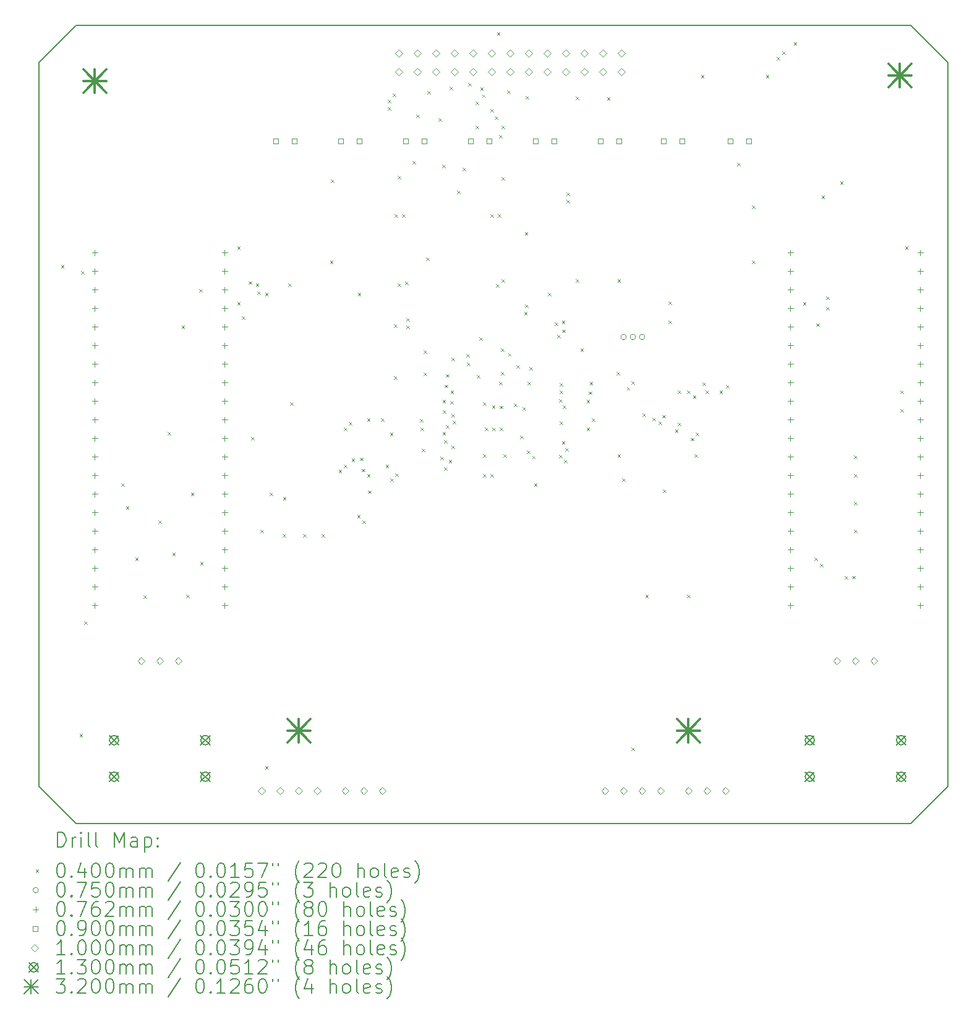
<source format=gbr>
%TF.GenerationSoftware,KiCad,Pcbnew,7.0.8*%
%TF.CreationDate,2023-11-22T21:34:46-08:00*%
%TF.ProjectId,DevkitHotswapPicoHub,4465766b-6974-4486-9f74-737761705069,rev?*%
%TF.SameCoordinates,Original*%
%TF.FileFunction,Drillmap*%
%TF.FilePolarity,Positive*%
%FSLAX45Y45*%
G04 Gerber Fmt 4.5, Leading zero omitted, Abs format (unit mm)*
G04 Created by KiCad (PCBNEW 7.0.8) date 2023-11-22 21:34:46*
%MOMM*%
%LPD*%
G01*
G04 APERTURE LIST*
%ADD10C,0.200000*%
%ADD11C,0.040000*%
%ADD12C,0.075000*%
%ADD13C,0.076200*%
%ADD14C,0.090000*%
%ADD15C,0.100000*%
%ADD16C,0.130000*%
%ADD17C,0.320000*%
G04 APERTURE END LIST*
D10*
X13716000Y-1778000D02*
X13716000Y-11684000D01*
X13208000Y-12192000D01*
X1778000Y-12192000D01*
X1270000Y-11684000D01*
X1270000Y-1778000D01*
X1778000Y-1270000D01*
X13208000Y-1270000D01*
X13716000Y-1778000D01*
D11*
X1567500Y-4552000D02*
X1607500Y-4592000D01*
X1607500Y-4552000D02*
X1567500Y-4592000D01*
X1821500Y-10965500D02*
X1861500Y-11005500D01*
X1861500Y-10965500D02*
X1821500Y-11005500D01*
X1840980Y-4634980D02*
X1880980Y-4674980D01*
X1880980Y-4634980D02*
X1840980Y-4674980D01*
X1885000Y-9428800D02*
X1925000Y-9468800D01*
X1925000Y-9428800D02*
X1885000Y-9468800D01*
X2393000Y-7536500D02*
X2433000Y-7576500D01*
X2433000Y-7536500D02*
X2393000Y-7576500D01*
X2456500Y-7854000D02*
X2496500Y-7894000D01*
X2496500Y-7854000D02*
X2456500Y-7894000D01*
X2583500Y-8552500D02*
X2623500Y-8592500D01*
X2623500Y-8552500D02*
X2583500Y-8592500D01*
X2697800Y-9073200D02*
X2737800Y-9113200D01*
X2737800Y-9073200D02*
X2697800Y-9113200D01*
X2901000Y-8044500D02*
X2941000Y-8084500D01*
X2941000Y-8044500D02*
X2901000Y-8084500D01*
X3028000Y-6838000D02*
X3068000Y-6878000D01*
X3068000Y-6838000D02*
X3028000Y-6878000D01*
X3091500Y-8489000D02*
X3131500Y-8529000D01*
X3131500Y-8489000D02*
X3091500Y-8529000D01*
X3218500Y-5377500D02*
X3258500Y-5417500D01*
X3258500Y-5377500D02*
X3218500Y-5417500D01*
X3282000Y-9060500D02*
X3322000Y-9100500D01*
X3322000Y-9060500D02*
X3282000Y-9100500D01*
X3345500Y-7663500D02*
X3385500Y-7703500D01*
X3385500Y-7663500D02*
X3345500Y-7703500D01*
X3459800Y-4882200D02*
X3499800Y-4922200D01*
X3499800Y-4882200D02*
X3459800Y-4922200D01*
X3472500Y-8616000D02*
X3512500Y-8656000D01*
X3512500Y-8616000D02*
X3472500Y-8656000D01*
X3980500Y-4298000D02*
X4020500Y-4338000D01*
X4020500Y-4298000D02*
X3980500Y-4338000D01*
X3980500Y-5060000D02*
X4020500Y-5100000D01*
X4020500Y-5060000D02*
X3980500Y-5100000D01*
X4044000Y-5250500D02*
X4084000Y-5290500D01*
X4084000Y-5250500D02*
X4044000Y-5290500D01*
X4139250Y-4774250D02*
X4179250Y-4814250D01*
X4179250Y-4774250D02*
X4139250Y-4814250D01*
X4171000Y-6901500D02*
X4211000Y-6941500D01*
X4211000Y-6901500D02*
X4171000Y-6941500D01*
X4234500Y-4806000D02*
X4274500Y-4846000D01*
X4274500Y-4806000D02*
X4234500Y-4846000D01*
X4253980Y-4913520D02*
X4293980Y-4953520D01*
X4293980Y-4913520D02*
X4253980Y-4953520D01*
X4298000Y-8171500D02*
X4338000Y-8211500D01*
X4338000Y-8171500D02*
X4298000Y-8211500D01*
X4361500Y-4933000D02*
X4401500Y-4973000D01*
X4401500Y-4933000D02*
X4361500Y-4973000D01*
X4361500Y-11410000D02*
X4401500Y-11450000D01*
X4401500Y-11410000D02*
X4361500Y-11450000D01*
X4425000Y-7663500D02*
X4465000Y-7703500D01*
X4465000Y-7663500D02*
X4425000Y-7703500D01*
X4602800Y-8235000D02*
X4642800Y-8275000D01*
X4642800Y-8235000D02*
X4602800Y-8275000D01*
X4606550Y-7727000D02*
X4646550Y-7767000D01*
X4646550Y-7727000D02*
X4606550Y-7767000D01*
X4679000Y-4806000D02*
X4719000Y-4846000D01*
X4719000Y-4806000D02*
X4679000Y-4846000D01*
X4704400Y-6431600D02*
X4744400Y-6471600D01*
X4744400Y-6431600D02*
X4704400Y-6471600D01*
X4882200Y-8235000D02*
X4922200Y-8275000D01*
X4922200Y-8235000D02*
X4882200Y-8275000D01*
X5136200Y-8235000D02*
X5176200Y-8275000D01*
X5176200Y-8235000D02*
X5136200Y-8275000D01*
X5250500Y-4488500D02*
X5290500Y-4528500D01*
X5290500Y-4488500D02*
X5250500Y-4528500D01*
X5263200Y-3383600D02*
X5303200Y-3423600D01*
X5303200Y-3383600D02*
X5263200Y-3423600D01*
X5370325Y-7354950D02*
X5410325Y-7394950D01*
X5410325Y-7354950D02*
X5370325Y-7394950D01*
X5441000Y-6774500D02*
X5481000Y-6814500D01*
X5481000Y-6774500D02*
X5441000Y-6814500D01*
X5441000Y-7282500D02*
X5481000Y-7322500D01*
X5481000Y-7282500D02*
X5441000Y-7322500D01*
X5511676Y-6702050D02*
X5551676Y-6742050D01*
X5551676Y-6702050D02*
X5511676Y-6742050D01*
X5548520Y-7199520D02*
X5588520Y-7239520D01*
X5588520Y-7199520D02*
X5548520Y-7239520D01*
X5624324Y-7972050D02*
X5664324Y-8012050D01*
X5664324Y-7972050D02*
X5624324Y-8012050D01*
X5631500Y-4933000D02*
X5671500Y-4973000D01*
X5671500Y-4933000D02*
X5631500Y-4973000D01*
X5663250Y-7187250D02*
X5703250Y-7227250D01*
X5703250Y-7187250D02*
X5663250Y-7227250D01*
X5687824Y-7338824D02*
X5727824Y-7378824D01*
X5727824Y-7338824D02*
X5687824Y-7378824D01*
X5695000Y-8044500D02*
X5735000Y-8084500D01*
X5735000Y-8044500D02*
X5695000Y-8084500D01*
X5758500Y-6647500D02*
X5798500Y-6687500D01*
X5798500Y-6647500D02*
X5758500Y-6687500D01*
X5758500Y-7409500D02*
X5798500Y-7449500D01*
X5798500Y-7409500D02*
X5758500Y-7449500D01*
X5773035Y-7635388D02*
X5813035Y-7675388D01*
X5813035Y-7635388D02*
X5773035Y-7675388D01*
X5949000Y-6647500D02*
X5989000Y-6687500D01*
X5989000Y-6647500D02*
X5949000Y-6687500D01*
X6012500Y-7282500D02*
X6052500Y-7322500D01*
X6052500Y-7282500D02*
X6012500Y-7322500D01*
X6042995Y-2291795D02*
X6082995Y-2331795D01*
X6082995Y-2291795D02*
X6042995Y-2331795D01*
X6044250Y-2393000D02*
X6084250Y-2433000D01*
X6084250Y-2393000D02*
X6044250Y-2433000D01*
X6073008Y-6843527D02*
X6113008Y-6883527D01*
X6113008Y-6843527D02*
X6073008Y-6883527D01*
X6076000Y-7473000D02*
X6116000Y-7513000D01*
X6116000Y-7473000D02*
X6076000Y-7513000D01*
X6107750Y-2202500D02*
X6147750Y-2242500D01*
X6147750Y-2202500D02*
X6107750Y-2242500D01*
X6126800Y-5364800D02*
X6166800Y-5404800D01*
X6166800Y-5364800D02*
X6126800Y-5404800D01*
X6126800Y-6076000D02*
X6166800Y-6116000D01*
X6166800Y-6076000D02*
X6126800Y-6116000D01*
X6134866Y-3857142D02*
X6174866Y-3897142D01*
X6174866Y-3857142D02*
X6134866Y-3897142D01*
X6146675Y-7402324D02*
X6186675Y-7442324D01*
X6186675Y-7402324D02*
X6146675Y-7442324D01*
X6177600Y-3332800D02*
X6217600Y-3372800D01*
X6217600Y-3332800D02*
X6177600Y-3372800D01*
X6177600Y-4806000D02*
X6217600Y-4846000D01*
X6217600Y-4806000D02*
X6177600Y-4846000D01*
X6234750Y-3853500D02*
X6274750Y-3893500D01*
X6274750Y-3853500D02*
X6234750Y-3893500D01*
X6279200Y-4780600D02*
X6319200Y-4820600D01*
X6319200Y-4780600D02*
X6279200Y-4820600D01*
X6298250Y-5377500D02*
X6338250Y-5417500D01*
X6338250Y-5377500D02*
X6298250Y-5417500D01*
X6299505Y-5276295D02*
X6339505Y-5316295D01*
X6339505Y-5276295D02*
X6299505Y-5316295D01*
X6380800Y-3129600D02*
X6420800Y-3169600D01*
X6420800Y-3129600D02*
X6380800Y-3169600D01*
X6431600Y-2494600D02*
X6471600Y-2534600D01*
X6471600Y-2494600D02*
X6431600Y-2534600D01*
X6482400Y-6660200D02*
X6522400Y-6700200D01*
X6522400Y-6660200D02*
X6482400Y-6700200D01*
X6488750Y-6774500D02*
X6528750Y-6814500D01*
X6528750Y-6774500D02*
X6488750Y-6814500D01*
X6507800Y-7066600D02*
X6547800Y-7106600D01*
X6547800Y-7066600D02*
X6507800Y-7106600D01*
X6533200Y-5720400D02*
X6573200Y-5760400D01*
X6573200Y-5720400D02*
X6533200Y-5760400D01*
X6533200Y-6025200D02*
X6573200Y-6065200D01*
X6573200Y-6025200D02*
X6533200Y-6065200D01*
X6570550Y-4450400D02*
X6610550Y-4490400D01*
X6610550Y-4450400D02*
X6570550Y-4490400D01*
X6581959Y-2170497D02*
X6621959Y-2210497D01*
X6621959Y-2170497D02*
X6581959Y-2210497D01*
X6736400Y-2545400D02*
X6776400Y-2585400D01*
X6776400Y-2545400D02*
X6736400Y-2585400D01*
X6761800Y-7173450D02*
X6801800Y-7213450D01*
X6801800Y-7173450D02*
X6761800Y-7213450D01*
X6787200Y-3180400D02*
X6827200Y-3220400D01*
X6827200Y-3180400D02*
X6787200Y-3220400D01*
X6793200Y-6393500D02*
X6833200Y-6433500D01*
X6833200Y-6393500D02*
X6793200Y-6433500D01*
X6793200Y-6838000D02*
X6833200Y-6878000D01*
X6833200Y-6838000D02*
X6793200Y-6878000D01*
X6796975Y-6538450D02*
X6836975Y-6578450D01*
X6836975Y-6538450D02*
X6796975Y-6578450D01*
X6810370Y-6947566D02*
X6850370Y-6987566D01*
X6850370Y-6947566D02*
X6810370Y-6987566D01*
X6812600Y-7320600D02*
X6852600Y-7360600D01*
X6852600Y-7320600D02*
X6812600Y-7360600D01*
X6823479Y-6188408D02*
X6863479Y-6228408D01*
X6863479Y-6188408D02*
X6823479Y-6228408D01*
X6838000Y-6044950D02*
X6878000Y-6084950D01*
X6878000Y-6044950D02*
X6838000Y-6084950D01*
X6838781Y-6743492D02*
X6878781Y-6783492D01*
X6878781Y-6743492D02*
X6838781Y-6783492D01*
X6877342Y-7219000D02*
X6917342Y-7259000D01*
X6917342Y-7219000D02*
X6877342Y-7259000D01*
X6888800Y-2113600D02*
X6928800Y-2153600D01*
X6928800Y-2113600D02*
X6888800Y-2153600D01*
X6899032Y-6411450D02*
X6939032Y-6451450D01*
X6939032Y-6411450D02*
X6899032Y-6451450D01*
X6901500Y-6266500D02*
X6941500Y-6306500D01*
X6941500Y-6266500D02*
X6901500Y-6306500D01*
X6913422Y-6587636D02*
X6953422Y-6627636D01*
X6953422Y-6587636D02*
X6913422Y-6627636D01*
X6914200Y-5822000D02*
X6954200Y-5862000D01*
X6954200Y-5822000D02*
X6914200Y-5862000D01*
X6914200Y-7022500D02*
X6954200Y-7062500D01*
X6954200Y-7022500D02*
X6914200Y-7062500D01*
X6933250Y-6685600D02*
X6973250Y-6725600D01*
X6973250Y-6685600D02*
X6933250Y-6725600D01*
X6990400Y-3536000D02*
X7030400Y-3576000D01*
X7030400Y-3536000D02*
X6990400Y-3576000D01*
X7069200Y-3218500D02*
X7109200Y-3258500D01*
X7109200Y-3218500D02*
X7069200Y-3258500D01*
X7117400Y-5771200D02*
X7157400Y-5811200D01*
X7157400Y-5771200D02*
X7117400Y-5811200D01*
X7123750Y-5885500D02*
X7163750Y-5925500D01*
X7163750Y-5885500D02*
X7123750Y-5925500D01*
X7142800Y-2062800D02*
X7182800Y-2102800D01*
X7182800Y-2062800D02*
X7142800Y-2102800D01*
X7244400Y-2316800D02*
X7284400Y-2356800D01*
X7284400Y-2316800D02*
X7244400Y-2356800D01*
X7244400Y-2647000D02*
X7284400Y-2687000D01*
X7284400Y-2647000D02*
X7244400Y-2687000D01*
X7260300Y-6055350D02*
X7300300Y-6095350D01*
X7300300Y-6055350D02*
X7260300Y-6095350D01*
X7295200Y-5542600D02*
X7335200Y-5582600D01*
X7335200Y-5542600D02*
X7295200Y-5582600D01*
X7308052Y-2120657D02*
X7348052Y-2160657D01*
X7348052Y-2120657D02*
X7308052Y-2160657D01*
X7335113Y-2216875D02*
X7375113Y-2256875D01*
X7375113Y-2216875D02*
X7335113Y-2256875D01*
X7346000Y-6431600D02*
X7386000Y-6471600D01*
X7386000Y-6431600D02*
X7346000Y-6471600D01*
X7346000Y-7142800D02*
X7386000Y-7182800D01*
X7386000Y-7142800D02*
X7346000Y-7182800D01*
X7346000Y-7409500D02*
X7386000Y-7449500D01*
X7386000Y-7409500D02*
X7346000Y-7449500D01*
X7373050Y-6774500D02*
X7413050Y-6814500D01*
X7413050Y-6774500D02*
X7373050Y-6814500D01*
X7447205Y-7410755D02*
X7487205Y-7450755D01*
X7487205Y-7410755D02*
X7447205Y-7450755D01*
X7450200Y-3853500D02*
X7490200Y-3893500D01*
X7490200Y-3853500D02*
X7450200Y-3893500D01*
X7451224Y-2418274D02*
X7491224Y-2458274D01*
X7491224Y-2418274D02*
X7451224Y-2458274D01*
X7469705Y-6469121D02*
X7509705Y-6509121D01*
X7509705Y-6469121D02*
X7469705Y-6509121D01*
X7473000Y-6774500D02*
X7513000Y-6814500D01*
X7513000Y-6774500D02*
X7473000Y-6814500D01*
X7504750Y-2520000D02*
X7544750Y-2560000D01*
X7544750Y-2520000D02*
X7504750Y-2560000D01*
X7522650Y-4814950D02*
X7562650Y-4854950D01*
X7562650Y-4814950D02*
X7522650Y-4854950D01*
X7536500Y-1368050D02*
X7576500Y-1408050D01*
X7576500Y-1368050D02*
X7536500Y-1408050D01*
X7550150Y-3853500D02*
X7590150Y-3893500D01*
X7590150Y-3853500D02*
X7550150Y-3893500D01*
X7568250Y-2774000D02*
X7608250Y-2814000D01*
X7608250Y-2774000D02*
X7568250Y-2814000D01*
X7568250Y-6150050D02*
X7608250Y-6190050D01*
X7608250Y-6150050D02*
X7568250Y-6190050D01*
X7574205Y-6775755D02*
X7614205Y-6815755D01*
X7614205Y-6775755D02*
X7574205Y-6815755D01*
X7576268Y-6474950D02*
X7616268Y-6514950D01*
X7616268Y-6474950D02*
X7576268Y-6514950D01*
X7592736Y-6012446D02*
X7632736Y-6052446D01*
X7632736Y-6012446D02*
X7592736Y-6052446D01*
X7592774Y-5695000D02*
X7632774Y-5735000D01*
X7632774Y-5695000D02*
X7592774Y-5735000D01*
X7600000Y-2647000D02*
X7640000Y-2687000D01*
X7640000Y-2647000D02*
X7600000Y-2687000D01*
X7600000Y-3345500D02*
X7640000Y-3385500D01*
X7640000Y-3345500D02*
X7600000Y-3385500D01*
X7600000Y-4742500D02*
X7640000Y-4782500D01*
X7640000Y-4742500D02*
X7600000Y-4782500D01*
X7625400Y-7142800D02*
X7665400Y-7182800D01*
X7665400Y-7142800D02*
X7625400Y-7182800D01*
X7676200Y-2164400D02*
X7716200Y-2204400D01*
X7716200Y-2164400D02*
X7676200Y-2204400D01*
X7689295Y-5757245D02*
X7729295Y-5797245D01*
X7729295Y-5757245D02*
X7689295Y-5797245D01*
X7771375Y-6444950D02*
X7811375Y-6484950D01*
X7811375Y-6444950D02*
X7771375Y-6484950D01*
X7803200Y-5923600D02*
X7843200Y-5963600D01*
X7843200Y-5923600D02*
X7803200Y-5963600D01*
X7854000Y-6888800D02*
X7894000Y-6928800D01*
X7894000Y-6888800D02*
X7854000Y-6928800D01*
X7885750Y-6494950D02*
X7925750Y-6534950D01*
X7925750Y-6494950D02*
X7885750Y-6534950D01*
X7910324Y-5194176D02*
X7950324Y-5234176D01*
X7950324Y-5194176D02*
X7910324Y-5234176D01*
X7917500Y-4098550D02*
X7957500Y-4138550D01*
X7957500Y-4098550D02*
X7917500Y-4138550D01*
X7920420Y-5094736D02*
X7960420Y-5134736D01*
X7960420Y-5094736D02*
X7920420Y-5134736D01*
X7930200Y-2240600D02*
X7970200Y-2280600D01*
X7970200Y-2240600D02*
X7930200Y-2280600D01*
X7949250Y-7092000D02*
X7989250Y-7132000D01*
X7989250Y-7092000D02*
X7949250Y-7132000D01*
X7955600Y-6152200D02*
X7995600Y-6192200D01*
X7995600Y-6152200D02*
X7955600Y-6192200D01*
X7981000Y-5949000D02*
X8021000Y-5989000D01*
X8021000Y-5949000D02*
X7981000Y-5989000D01*
X8019925Y-7162675D02*
X8059925Y-7202675D01*
X8059925Y-7162675D02*
X8019925Y-7202675D01*
X8044500Y-7536500D02*
X8084500Y-7576500D01*
X8084500Y-7536500D02*
X8044500Y-7576500D01*
X8235000Y-4933000D02*
X8275000Y-4973000D01*
X8275000Y-4933000D02*
X8235000Y-4973000D01*
X8328195Y-5336843D02*
X8368195Y-5376843D01*
X8368195Y-5336843D02*
X8328195Y-5376843D01*
X8362000Y-5504500D02*
X8402000Y-5544500D01*
X8402000Y-5504500D02*
X8362000Y-5544500D01*
X8386372Y-6385527D02*
X8426372Y-6425527D01*
X8426372Y-6385527D02*
X8386372Y-6425527D01*
X8386574Y-7148324D02*
X8426575Y-7188324D01*
X8426575Y-7148324D02*
X8386574Y-7188324D01*
X8393750Y-6169475D02*
X8433750Y-6209475D01*
X8433750Y-6169475D02*
X8393750Y-6209475D01*
X8393750Y-6269425D02*
X8433750Y-6309425D01*
X8433750Y-6269425D02*
X8393750Y-6309425D01*
X8399270Y-6694950D02*
X8439270Y-6734950D01*
X8439270Y-6694950D02*
X8399270Y-6734950D01*
X8425500Y-5314000D02*
X8465500Y-5354000D01*
X8465500Y-5314000D02*
X8425500Y-5354000D01*
X8425500Y-6965000D02*
X8465500Y-7005000D01*
X8465500Y-6965000D02*
X8425500Y-7005000D01*
X8432676Y-5433825D02*
X8472676Y-5473825D01*
X8472676Y-5433825D02*
X8432676Y-5473825D01*
X8440850Y-6469326D02*
X8480850Y-6509326D01*
X8480850Y-6469326D02*
X8440850Y-6509326D01*
X8457250Y-7219000D02*
X8497250Y-7259000D01*
X8497250Y-7219000D02*
X8457250Y-7259000D01*
X8470199Y-7054398D02*
X8510199Y-7094398D01*
X8510199Y-7054398D02*
X8470199Y-7094398D01*
X8489000Y-3663000D02*
X8529000Y-3703000D01*
X8529000Y-3663000D02*
X8489000Y-3703000D01*
X8490255Y-3561795D02*
X8530255Y-3601795D01*
X8530255Y-3561795D02*
X8490255Y-3601795D01*
X8616000Y-2248050D02*
X8656000Y-2288050D01*
X8656000Y-2248050D02*
X8616000Y-2288050D01*
X8616000Y-4742500D02*
X8656000Y-4782500D01*
X8656000Y-4742500D02*
X8616000Y-4782500D01*
X8679500Y-5695000D02*
X8719500Y-5735000D01*
X8719500Y-5695000D02*
X8679500Y-5735000D01*
X8765800Y-6393500D02*
X8805800Y-6433500D01*
X8805800Y-6393500D02*
X8765800Y-6433500D01*
X8765800Y-6774500D02*
X8805800Y-6814500D01*
X8805800Y-6774500D02*
X8765800Y-6814500D01*
X8795655Y-6281055D02*
X8835655Y-6321055D01*
X8835655Y-6281055D02*
X8795655Y-6321055D01*
X8806500Y-6147893D02*
X8846500Y-6187893D01*
X8846500Y-6147893D02*
X8806500Y-6187893D01*
X8838250Y-6647500D02*
X8878250Y-6687500D01*
X8878250Y-6647500D02*
X8838250Y-6687500D01*
X9044389Y-2257099D02*
X9084389Y-2297099D01*
X9084389Y-2257099D02*
X9044389Y-2297099D01*
X9174800Y-6015269D02*
X9214800Y-6055269D01*
X9214800Y-6015269D02*
X9174800Y-6055269D01*
X9187500Y-4742500D02*
X9227500Y-4782500D01*
X9227500Y-4742500D02*
X9187500Y-4782500D01*
X9187500Y-7142800D02*
X9227500Y-7182800D01*
X9227500Y-7142800D02*
X9187500Y-7182800D01*
X9251000Y-7473000D02*
X9291000Y-7513000D01*
X9291000Y-7473000D02*
X9251000Y-7513000D01*
X9314500Y-6222500D02*
X9354500Y-6262500D01*
X9354500Y-6222500D02*
X9314500Y-6262500D01*
X9378000Y-6139500D02*
X9418000Y-6179500D01*
X9418000Y-6139500D02*
X9378000Y-6179500D01*
X9378000Y-11156000D02*
X9418000Y-11196000D01*
X9418000Y-11156000D02*
X9378000Y-11196000D01*
X9530400Y-6584000D02*
X9570400Y-6624000D01*
X9570400Y-6584000D02*
X9530400Y-6624000D01*
X9568500Y-9060500D02*
X9608500Y-9100500D01*
X9608500Y-9060500D02*
X9568500Y-9100500D01*
X9665970Y-6641816D02*
X9705970Y-6681816D01*
X9705970Y-6641816D02*
X9665970Y-6681816D01*
X9753000Y-6690967D02*
X9793000Y-6730967D01*
X9793000Y-6690967D02*
X9753000Y-6730967D01*
X9801839Y-6603762D02*
X9841839Y-6643762D01*
X9841839Y-6603762D02*
X9801839Y-6643762D01*
X9809800Y-7625400D02*
X9849800Y-7665400D01*
X9849800Y-7625400D02*
X9809800Y-7665400D01*
X9886000Y-5051050D02*
X9926000Y-5091050D01*
X9926000Y-5051050D02*
X9886000Y-5091050D01*
X9886000Y-5314000D02*
X9926000Y-5354000D01*
X9926000Y-5314000D02*
X9886000Y-5354000D01*
X9975540Y-6800050D02*
X10015540Y-6840050D01*
X10015540Y-6800050D02*
X9975540Y-6840050D01*
X10013000Y-6266500D02*
X10053000Y-6306500D01*
X10053000Y-6266500D02*
X10013000Y-6306500D01*
X10014296Y-6707919D02*
X10054296Y-6747919D01*
X10054296Y-6707919D02*
X10014296Y-6747919D01*
X10140000Y-6266500D02*
X10180000Y-6306500D01*
X10180000Y-6266500D02*
X10140000Y-6306500D01*
X10140000Y-9060500D02*
X10180000Y-9100500D01*
X10180000Y-9060500D02*
X10140000Y-9100500D01*
X10191815Y-6916935D02*
X10231815Y-6956935D01*
X10231815Y-6916935D02*
X10191815Y-6956935D01*
X10222120Y-6335000D02*
X10262120Y-6375000D01*
X10262120Y-6335000D02*
X10222120Y-6375000D01*
X10241600Y-7142800D02*
X10281600Y-7182800D01*
X10281600Y-7142800D02*
X10241600Y-7182800D01*
X10259880Y-6843743D02*
X10299880Y-6883743D01*
X10299880Y-6843743D02*
X10259880Y-6883743D01*
X10330500Y-1948500D02*
X10370500Y-1988500D01*
X10370500Y-1948500D02*
X10330500Y-1988500D01*
X10349980Y-6158980D02*
X10389980Y-6198980D01*
X10389980Y-6158980D02*
X10349980Y-6198980D01*
X10394000Y-6266500D02*
X10434000Y-6306500D01*
X10434000Y-6266500D02*
X10394000Y-6306500D01*
X10584500Y-6266500D02*
X10624500Y-6306500D01*
X10624500Y-6266500D02*
X10584500Y-6306500D01*
X10673400Y-6194050D02*
X10713400Y-6234050D01*
X10713400Y-6194050D02*
X10673400Y-6234050D01*
X10825800Y-3155000D02*
X10865800Y-3195000D01*
X10865800Y-3155000D02*
X10825800Y-3195000D01*
X11029000Y-3739200D02*
X11069000Y-3779200D01*
X11069000Y-3739200D02*
X11029000Y-3779200D01*
X11029000Y-4488500D02*
X11069000Y-4528500D01*
X11069000Y-4488500D02*
X11029000Y-4528500D01*
X11219500Y-1948500D02*
X11259500Y-1988500D01*
X11259500Y-1948500D02*
X11219500Y-1988500D01*
X11371074Y-1703450D02*
X11411074Y-1743450D01*
X11411074Y-1703450D02*
X11371074Y-1743450D01*
X11441750Y-1631000D02*
X11481750Y-1671000D01*
X11481750Y-1631000D02*
X11441750Y-1671000D01*
X11600500Y-1504000D02*
X11640500Y-1544000D01*
X11640500Y-1504000D02*
X11600500Y-1544000D01*
X11727500Y-5060000D02*
X11767500Y-5100000D01*
X11767500Y-5060000D02*
X11727500Y-5100000D01*
X11886250Y-8552500D02*
X11926250Y-8592500D01*
X11926250Y-8552500D02*
X11886250Y-8592500D01*
X11909415Y-5349346D02*
X11949415Y-5389346D01*
X11949415Y-5349346D02*
X11909415Y-5389346D01*
X11958700Y-8641898D02*
X11998700Y-8681898D01*
X11998700Y-8641898D02*
X11958700Y-8681898D01*
X11981500Y-3599500D02*
X12021500Y-3639500D01*
X12021500Y-3599500D02*
X11981500Y-3639500D01*
X12045000Y-4983800D02*
X12085000Y-5023800D01*
X12085000Y-4983800D02*
X12045000Y-5023800D01*
X12045000Y-5123500D02*
X12085000Y-5163500D01*
X12085000Y-5123500D02*
X12045000Y-5163500D01*
X12235500Y-3409000D02*
X12275500Y-3449000D01*
X12275500Y-3409000D02*
X12235500Y-3449000D01*
X12299000Y-8806500D02*
X12339000Y-8846500D01*
X12339000Y-8806500D02*
X12299000Y-8846500D01*
X12400205Y-8805245D02*
X12440205Y-8845245D01*
X12440205Y-8805245D02*
X12400205Y-8845245D01*
X12426000Y-7155500D02*
X12466000Y-7195500D01*
X12466000Y-7155500D02*
X12426000Y-7195500D01*
X12426000Y-7409500D02*
X12466000Y-7449500D01*
X12466000Y-7409500D02*
X12426000Y-7449500D01*
X12426000Y-7790500D02*
X12466000Y-7830500D01*
X12466000Y-7790500D02*
X12426000Y-7830500D01*
X12426000Y-8171500D02*
X12466000Y-8211500D01*
X12466000Y-8171500D02*
X12426000Y-8211500D01*
X13061000Y-6266500D02*
X13101000Y-6306500D01*
X13101000Y-6266500D02*
X13061000Y-6306500D01*
X13061000Y-6520500D02*
X13101000Y-6560500D01*
X13101000Y-6520500D02*
X13061000Y-6560500D01*
X13124500Y-4298000D02*
X13164500Y-4338000D01*
X13164500Y-4298000D02*
X13124500Y-4338000D01*
D12*
X9309129Y-5535875D02*
G75*
G03*
X9309129Y-5535875I-37500J0D01*
G01*
X9436129Y-5535875D02*
G75*
G03*
X9436129Y-5535875I-37500J0D01*
G01*
X9563129Y-5535875D02*
G75*
G03*
X9563129Y-5535875I-37500J0D01*
G01*
D13*
X2032000Y-4343400D02*
X2032000Y-4419600D01*
X1993900Y-4381500D02*
X2070100Y-4381500D01*
X2032000Y-4597400D02*
X2032000Y-4673600D01*
X1993900Y-4635500D02*
X2070100Y-4635500D01*
X2032000Y-4851400D02*
X2032000Y-4927600D01*
X1993900Y-4889500D02*
X2070100Y-4889500D01*
X2032000Y-5105400D02*
X2032000Y-5181600D01*
X1993900Y-5143500D02*
X2070100Y-5143500D01*
X2032000Y-5359400D02*
X2032000Y-5435600D01*
X1993900Y-5397500D02*
X2070100Y-5397500D01*
X2032000Y-5613400D02*
X2032000Y-5689600D01*
X1993900Y-5651500D02*
X2070100Y-5651500D01*
X2032000Y-5867400D02*
X2032000Y-5943600D01*
X1993900Y-5905500D02*
X2070100Y-5905500D01*
X2032000Y-6121400D02*
X2032000Y-6197600D01*
X1993900Y-6159500D02*
X2070100Y-6159500D01*
X2032000Y-6375400D02*
X2032000Y-6451600D01*
X1993900Y-6413500D02*
X2070100Y-6413500D01*
X2032000Y-6629400D02*
X2032000Y-6705600D01*
X1993900Y-6667500D02*
X2070100Y-6667500D01*
X2032000Y-6883400D02*
X2032000Y-6959600D01*
X1993900Y-6921500D02*
X2070100Y-6921500D01*
X2032000Y-7137400D02*
X2032000Y-7213600D01*
X1993900Y-7175500D02*
X2070100Y-7175500D01*
X2032000Y-7391400D02*
X2032000Y-7467600D01*
X1993900Y-7429500D02*
X2070100Y-7429500D01*
X2032000Y-7645400D02*
X2032000Y-7721600D01*
X1993900Y-7683500D02*
X2070100Y-7683500D01*
X2032000Y-7899400D02*
X2032000Y-7975600D01*
X1993900Y-7937500D02*
X2070100Y-7937500D01*
X2032000Y-8153400D02*
X2032000Y-8229600D01*
X1993900Y-8191500D02*
X2070100Y-8191500D01*
X2032000Y-8407400D02*
X2032000Y-8483600D01*
X1993900Y-8445500D02*
X2070100Y-8445500D01*
X2032000Y-8661400D02*
X2032000Y-8737600D01*
X1993900Y-8699500D02*
X2070100Y-8699500D01*
X2032000Y-8915400D02*
X2032000Y-8991600D01*
X1993900Y-8953500D02*
X2070100Y-8953500D01*
X2032000Y-9169400D02*
X2032000Y-9245600D01*
X1993900Y-9207500D02*
X2070100Y-9207500D01*
X3810000Y-4343400D02*
X3810000Y-4419600D01*
X3771900Y-4381500D02*
X3848100Y-4381500D01*
X3810000Y-4597400D02*
X3810000Y-4673600D01*
X3771900Y-4635500D02*
X3848100Y-4635500D01*
X3810000Y-4851400D02*
X3810000Y-4927600D01*
X3771900Y-4889500D02*
X3848100Y-4889500D01*
X3810000Y-5105400D02*
X3810000Y-5181600D01*
X3771900Y-5143500D02*
X3848100Y-5143500D01*
X3810000Y-5359400D02*
X3810000Y-5435600D01*
X3771900Y-5397500D02*
X3848100Y-5397500D01*
X3810000Y-5613400D02*
X3810000Y-5689600D01*
X3771900Y-5651500D02*
X3848100Y-5651500D01*
X3810000Y-5867400D02*
X3810000Y-5943600D01*
X3771900Y-5905500D02*
X3848100Y-5905500D01*
X3810000Y-6121400D02*
X3810000Y-6197600D01*
X3771900Y-6159500D02*
X3848100Y-6159500D01*
X3810000Y-6375400D02*
X3810000Y-6451600D01*
X3771900Y-6413500D02*
X3848100Y-6413500D01*
X3810000Y-6629400D02*
X3810000Y-6705600D01*
X3771900Y-6667500D02*
X3848100Y-6667500D01*
X3810000Y-6883400D02*
X3810000Y-6959600D01*
X3771900Y-6921500D02*
X3848100Y-6921500D01*
X3810000Y-7137400D02*
X3810000Y-7213600D01*
X3771900Y-7175500D02*
X3848100Y-7175500D01*
X3810000Y-7391400D02*
X3810000Y-7467600D01*
X3771900Y-7429500D02*
X3848100Y-7429500D01*
X3810000Y-7645400D02*
X3810000Y-7721600D01*
X3771900Y-7683500D02*
X3848100Y-7683500D01*
X3810000Y-7899400D02*
X3810000Y-7975600D01*
X3771900Y-7937500D02*
X3848100Y-7937500D01*
X3810000Y-8153400D02*
X3810000Y-8229600D01*
X3771900Y-8191500D02*
X3848100Y-8191500D01*
X3810000Y-8407400D02*
X3810000Y-8483600D01*
X3771900Y-8445500D02*
X3848100Y-8445500D01*
X3810000Y-8661400D02*
X3810000Y-8737600D01*
X3771900Y-8699500D02*
X3848100Y-8699500D01*
X3810000Y-8915400D02*
X3810000Y-8991600D01*
X3771900Y-8953500D02*
X3848100Y-8953500D01*
X3810000Y-9169400D02*
X3810000Y-9245600D01*
X3771900Y-9207500D02*
X3848100Y-9207500D01*
X11557000Y-4343400D02*
X11557000Y-4419600D01*
X11518900Y-4381500D02*
X11595100Y-4381500D01*
X11557000Y-4597400D02*
X11557000Y-4673600D01*
X11518900Y-4635500D02*
X11595100Y-4635500D01*
X11557000Y-4851400D02*
X11557000Y-4927600D01*
X11518900Y-4889500D02*
X11595100Y-4889500D01*
X11557000Y-5105400D02*
X11557000Y-5181600D01*
X11518900Y-5143500D02*
X11595100Y-5143500D01*
X11557000Y-5359400D02*
X11557000Y-5435600D01*
X11518900Y-5397500D02*
X11595100Y-5397500D01*
X11557000Y-5613400D02*
X11557000Y-5689600D01*
X11518900Y-5651500D02*
X11595100Y-5651500D01*
X11557000Y-5867400D02*
X11557000Y-5943600D01*
X11518900Y-5905500D02*
X11595100Y-5905500D01*
X11557000Y-6121400D02*
X11557000Y-6197600D01*
X11518900Y-6159500D02*
X11595100Y-6159500D01*
X11557000Y-6375400D02*
X11557000Y-6451600D01*
X11518900Y-6413500D02*
X11595100Y-6413500D01*
X11557000Y-6629400D02*
X11557000Y-6705600D01*
X11518900Y-6667500D02*
X11595100Y-6667500D01*
X11557000Y-6883400D02*
X11557000Y-6959600D01*
X11518900Y-6921500D02*
X11595100Y-6921500D01*
X11557000Y-7137400D02*
X11557000Y-7213600D01*
X11518900Y-7175500D02*
X11595100Y-7175500D01*
X11557000Y-7391400D02*
X11557000Y-7467600D01*
X11518900Y-7429500D02*
X11595100Y-7429500D01*
X11557000Y-7645400D02*
X11557000Y-7721600D01*
X11518900Y-7683500D02*
X11595100Y-7683500D01*
X11557000Y-7899400D02*
X11557000Y-7975600D01*
X11518900Y-7937500D02*
X11595100Y-7937500D01*
X11557000Y-8153400D02*
X11557000Y-8229600D01*
X11518900Y-8191500D02*
X11595100Y-8191500D01*
X11557000Y-8407400D02*
X11557000Y-8483600D01*
X11518900Y-8445500D02*
X11595100Y-8445500D01*
X11557000Y-8661400D02*
X11557000Y-8737600D01*
X11518900Y-8699500D02*
X11595100Y-8699500D01*
X11557000Y-8915400D02*
X11557000Y-8991600D01*
X11518900Y-8953500D02*
X11595100Y-8953500D01*
X11557000Y-9169400D02*
X11557000Y-9245600D01*
X11518900Y-9207500D02*
X11595100Y-9207500D01*
X13335000Y-4343400D02*
X13335000Y-4419600D01*
X13296900Y-4381500D02*
X13373100Y-4381500D01*
X13335000Y-4597400D02*
X13335000Y-4673600D01*
X13296900Y-4635500D02*
X13373100Y-4635500D01*
X13335000Y-4851400D02*
X13335000Y-4927600D01*
X13296900Y-4889500D02*
X13373100Y-4889500D01*
X13335000Y-5105400D02*
X13335000Y-5181600D01*
X13296900Y-5143500D02*
X13373100Y-5143500D01*
X13335000Y-5359400D02*
X13335000Y-5435600D01*
X13296900Y-5397500D02*
X13373100Y-5397500D01*
X13335000Y-5613400D02*
X13335000Y-5689600D01*
X13296900Y-5651500D02*
X13373100Y-5651500D01*
X13335000Y-5867400D02*
X13335000Y-5943600D01*
X13296900Y-5905500D02*
X13373100Y-5905500D01*
X13335000Y-6121400D02*
X13335000Y-6197600D01*
X13296900Y-6159500D02*
X13373100Y-6159500D01*
X13335000Y-6375400D02*
X13335000Y-6451600D01*
X13296900Y-6413500D02*
X13373100Y-6413500D01*
X13335000Y-6629400D02*
X13335000Y-6705600D01*
X13296900Y-6667500D02*
X13373100Y-6667500D01*
X13335000Y-6883400D02*
X13335000Y-6959600D01*
X13296900Y-6921500D02*
X13373100Y-6921500D01*
X13335000Y-7137400D02*
X13335000Y-7213600D01*
X13296900Y-7175500D02*
X13373100Y-7175500D01*
X13335000Y-7391400D02*
X13335000Y-7467600D01*
X13296900Y-7429500D02*
X13373100Y-7429500D01*
X13335000Y-7645400D02*
X13335000Y-7721600D01*
X13296900Y-7683500D02*
X13373100Y-7683500D01*
X13335000Y-7899400D02*
X13335000Y-7975600D01*
X13296900Y-7937500D02*
X13373100Y-7937500D01*
X13335000Y-8153400D02*
X13335000Y-8229600D01*
X13296900Y-8191500D02*
X13373100Y-8191500D01*
X13335000Y-8407400D02*
X13335000Y-8483600D01*
X13296900Y-8445500D02*
X13373100Y-8445500D01*
X13335000Y-8661400D02*
X13335000Y-8737600D01*
X13296900Y-8699500D02*
X13373100Y-8699500D01*
X13335000Y-8915400D02*
X13335000Y-8991600D01*
X13296900Y-8953500D02*
X13373100Y-8953500D01*
X13335000Y-9169400D02*
X13335000Y-9245600D01*
X13296900Y-9207500D02*
X13373100Y-9207500D01*
D14*
X4540320Y-2889320D02*
X4540320Y-2825680D01*
X4476680Y-2825680D01*
X4476680Y-2889320D01*
X4540320Y-2889320D01*
X4794320Y-2889320D02*
X4794320Y-2825680D01*
X4730680Y-2825680D01*
X4730680Y-2889320D01*
X4794320Y-2889320D01*
X5429320Y-2889320D02*
X5429320Y-2825680D01*
X5365680Y-2825680D01*
X5365680Y-2889320D01*
X5429320Y-2889320D01*
X5683320Y-2889320D02*
X5683320Y-2825680D01*
X5619680Y-2825680D01*
X5619680Y-2889320D01*
X5683320Y-2889320D01*
X6318320Y-2889320D02*
X6318320Y-2825680D01*
X6254680Y-2825680D01*
X6254680Y-2889320D01*
X6318320Y-2889320D01*
X6572320Y-2889320D02*
X6572320Y-2825680D01*
X6508680Y-2825680D01*
X6508680Y-2889320D01*
X6572320Y-2889320D01*
X7207320Y-2889320D02*
X7207320Y-2825680D01*
X7143680Y-2825680D01*
X7143680Y-2889320D01*
X7207320Y-2889320D01*
X7461320Y-2889320D02*
X7461320Y-2825680D01*
X7397680Y-2825680D01*
X7397680Y-2889320D01*
X7461320Y-2889320D01*
X8096320Y-2889320D02*
X8096320Y-2825680D01*
X8032680Y-2825680D01*
X8032680Y-2889320D01*
X8096320Y-2889320D01*
X8350320Y-2889320D02*
X8350320Y-2825680D01*
X8286680Y-2825680D01*
X8286680Y-2889320D01*
X8350320Y-2889320D01*
X8985320Y-2889320D02*
X8985320Y-2825680D01*
X8921680Y-2825680D01*
X8921680Y-2889320D01*
X8985320Y-2889320D01*
X9239320Y-2889320D02*
X9239320Y-2825680D01*
X9175680Y-2825680D01*
X9175680Y-2889320D01*
X9239320Y-2889320D01*
X9850320Y-2889320D02*
X9850320Y-2825680D01*
X9786680Y-2825680D01*
X9786680Y-2889320D01*
X9850320Y-2889320D01*
X10104320Y-2889320D02*
X10104320Y-2825680D01*
X10040680Y-2825680D01*
X10040680Y-2889320D01*
X10104320Y-2889320D01*
X10763320Y-2889320D02*
X10763320Y-2825680D01*
X10699680Y-2825680D01*
X10699680Y-2889320D01*
X10763320Y-2889320D01*
X11017320Y-2889320D02*
X11017320Y-2825680D01*
X10953680Y-2825680D01*
X10953680Y-2889320D01*
X11017320Y-2889320D01*
D15*
X2667000Y-10019500D02*
X2717000Y-9969500D01*
X2667000Y-9919500D01*
X2617000Y-9969500D01*
X2667000Y-10019500D01*
X2921000Y-10019500D02*
X2971000Y-9969500D01*
X2921000Y-9919500D01*
X2871000Y-9969500D01*
X2921000Y-10019500D01*
X3175000Y-10019500D02*
X3225000Y-9969500D01*
X3175000Y-9919500D01*
X3125000Y-9969500D01*
X3175000Y-10019500D01*
X4317000Y-11797500D02*
X4367000Y-11747500D01*
X4317000Y-11697500D01*
X4267000Y-11747500D01*
X4317000Y-11797500D01*
X4571000Y-11797500D02*
X4621000Y-11747500D01*
X4571000Y-11697500D01*
X4521000Y-11747500D01*
X4571000Y-11797500D01*
X4825000Y-11797500D02*
X4875000Y-11747500D01*
X4825000Y-11697500D01*
X4775000Y-11747500D01*
X4825000Y-11797500D01*
X5079000Y-11797500D02*
X5129000Y-11747500D01*
X5079000Y-11697500D01*
X5029000Y-11747500D01*
X5079000Y-11797500D01*
X5461000Y-11797500D02*
X5511000Y-11747500D01*
X5461000Y-11697500D01*
X5411000Y-11747500D01*
X5461000Y-11797500D01*
X5715000Y-11797500D02*
X5765000Y-11747500D01*
X5715000Y-11697500D01*
X5665000Y-11747500D01*
X5715000Y-11797500D01*
X5969000Y-11797500D02*
X6019000Y-11747500D01*
X5969000Y-11697500D01*
X5919000Y-11747500D01*
X5969000Y-11797500D01*
X6191250Y-1701000D02*
X6241250Y-1651000D01*
X6191250Y-1601000D01*
X6141250Y-1651000D01*
X6191250Y-1701000D01*
X6191250Y-1955000D02*
X6241250Y-1905000D01*
X6191250Y-1855000D01*
X6141250Y-1905000D01*
X6191250Y-1955000D01*
X6445250Y-1701000D02*
X6495250Y-1651000D01*
X6445250Y-1601000D01*
X6395250Y-1651000D01*
X6445250Y-1701000D01*
X6445250Y-1955000D02*
X6495250Y-1905000D01*
X6445250Y-1855000D01*
X6395250Y-1905000D01*
X6445250Y-1955000D01*
X6699250Y-1701000D02*
X6749250Y-1651000D01*
X6699250Y-1601000D01*
X6649250Y-1651000D01*
X6699250Y-1701000D01*
X6699250Y-1955000D02*
X6749250Y-1905000D01*
X6699250Y-1855000D01*
X6649250Y-1905000D01*
X6699250Y-1955000D01*
X6953250Y-1701000D02*
X7003250Y-1651000D01*
X6953250Y-1601000D01*
X6903250Y-1651000D01*
X6953250Y-1701000D01*
X6953250Y-1955000D02*
X7003250Y-1905000D01*
X6953250Y-1855000D01*
X6903250Y-1905000D01*
X6953250Y-1955000D01*
X7207250Y-1701000D02*
X7257250Y-1651000D01*
X7207250Y-1601000D01*
X7157250Y-1651000D01*
X7207250Y-1701000D01*
X7207250Y-1955000D02*
X7257250Y-1905000D01*
X7207250Y-1855000D01*
X7157250Y-1905000D01*
X7207250Y-1955000D01*
X7461250Y-1701000D02*
X7511250Y-1651000D01*
X7461250Y-1601000D01*
X7411250Y-1651000D01*
X7461250Y-1701000D01*
X7461250Y-1955000D02*
X7511250Y-1905000D01*
X7461250Y-1855000D01*
X7411250Y-1905000D01*
X7461250Y-1955000D01*
X7715250Y-1701000D02*
X7765250Y-1651000D01*
X7715250Y-1601000D01*
X7665250Y-1651000D01*
X7715250Y-1701000D01*
X7715250Y-1955000D02*
X7765250Y-1905000D01*
X7715250Y-1855000D01*
X7665250Y-1905000D01*
X7715250Y-1955000D01*
X7969250Y-1701000D02*
X8019250Y-1651000D01*
X7969250Y-1601000D01*
X7919250Y-1651000D01*
X7969250Y-1701000D01*
X7969250Y-1955000D02*
X8019250Y-1905000D01*
X7969250Y-1855000D01*
X7919250Y-1905000D01*
X7969250Y-1955000D01*
X8223250Y-1701000D02*
X8273250Y-1651000D01*
X8223250Y-1601000D01*
X8173250Y-1651000D01*
X8223250Y-1701000D01*
X8223250Y-1955000D02*
X8273250Y-1905000D01*
X8223250Y-1855000D01*
X8173250Y-1905000D01*
X8223250Y-1955000D01*
X8477250Y-1701000D02*
X8527250Y-1651000D01*
X8477250Y-1601000D01*
X8427250Y-1651000D01*
X8477250Y-1701000D01*
X8477250Y-1955000D02*
X8527250Y-1905000D01*
X8477250Y-1855000D01*
X8427250Y-1905000D01*
X8477250Y-1955000D01*
X8731250Y-1701000D02*
X8781250Y-1651000D01*
X8731250Y-1601000D01*
X8681250Y-1651000D01*
X8731250Y-1701000D01*
X8731250Y-1955000D02*
X8781250Y-1905000D01*
X8731250Y-1855000D01*
X8681250Y-1905000D01*
X8731250Y-1955000D01*
X8985250Y-1701000D02*
X9035250Y-1651000D01*
X8985250Y-1601000D01*
X8935250Y-1651000D01*
X8985250Y-1701000D01*
X8985250Y-1955000D02*
X9035250Y-1905000D01*
X8985250Y-1855000D01*
X8935250Y-1905000D01*
X8985250Y-1955000D01*
X9017000Y-11797500D02*
X9067000Y-11747500D01*
X9017000Y-11697500D01*
X8967000Y-11747500D01*
X9017000Y-11797500D01*
X9239250Y-1701000D02*
X9289250Y-1651000D01*
X9239250Y-1601000D01*
X9189250Y-1651000D01*
X9239250Y-1701000D01*
X9239250Y-1955000D02*
X9289250Y-1905000D01*
X9239250Y-1855000D01*
X9189250Y-1905000D01*
X9239250Y-1955000D01*
X9271000Y-11797500D02*
X9321000Y-11747500D01*
X9271000Y-11697500D01*
X9221000Y-11747500D01*
X9271000Y-11797500D01*
X9525000Y-11797500D02*
X9575000Y-11747500D01*
X9525000Y-11697500D01*
X9475000Y-11747500D01*
X9525000Y-11797500D01*
X9779000Y-11797500D02*
X9829000Y-11747500D01*
X9779000Y-11697500D01*
X9729000Y-11747500D01*
X9779000Y-11797500D01*
X10160000Y-11797500D02*
X10210000Y-11747500D01*
X10160000Y-11697500D01*
X10110000Y-11747500D01*
X10160000Y-11797500D01*
X10414000Y-11797500D02*
X10464000Y-11747500D01*
X10414000Y-11697500D01*
X10364000Y-11747500D01*
X10414000Y-11797500D01*
X10668000Y-11797500D02*
X10718000Y-11747500D01*
X10668000Y-11697500D01*
X10618000Y-11747500D01*
X10668000Y-11797500D01*
X12192000Y-10019500D02*
X12242000Y-9969500D01*
X12192000Y-9919500D01*
X12142000Y-9969500D01*
X12192000Y-10019500D01*
X12446000Y-10019500D02*
X12496000Y-9969500D01*
X12446000Y-9919500D01*
X12396000Y-9969500D01*
X12446000Y-10019500D01*
X12700000Y-10019500D02*
X12750000Y-9969500D01*
X12700000Y-9919500D01*
X12650000Y-9969500D01*
X12700000Y-10019500D01*
D16*
X2230000Y-10988000D02*
X2360000Y-11118000D01*
X2360000Y-10988000D02*
X2230000Y-11118000D01*
X2360000Y-11053000D02*
G75*
G03*
X2360000Y-11053000I-65000J0D01*
G01*
X2230000Y-11488000D02*
X2360000Y-11618000D01*
X2360000Y-11488000D02*
X2230000Y-11618000D01*
X2360000Y-11553000D02*
G75*
G03*
X2360000Y-11553000I-65000J0D01*
G01*
X3480000Y-10988000D02*
X3610000Y-11118000D01*
X3610000Y-10988000D02*
X3480000Y-11118000D01*
X3610000Y-11053000D02*
G75*
G03*
X3610000Y-11053000I-65000J0D01*
G01*
X3480000Y-11488000D02*
X3610000Y-11618000D01*
X3610000Y-11488000D02*
X3480000Y-11618000D01*
X3610000Y-11553000D02*
G75*
G03*
X3610000Y-11553000I-65000J0D01*
G01*
X11757000Y-10988000D02*
X11887000Y-11118000D01*
X11887000Y-10988000D02*
X11757000Y-11118000D01*
X11887000Y-11053000D02*
G75*
G03*
X11887000Y-11053000I-65000J0D01*
G01*
X11757000Y-11488000D02*
X11887000Y-11618000D01*
X11887000Y-11488000D02*
X11757000Y-11618000D01*
X11887000Y-11553000D02*
G75*
G03*
X11887000Y-11553000I-65000J0D01*
G01*
X13007000Y-10988000D02*
X13137000Y-11118000D01*
X13137000Y-10988000D02*
X13007000Y-11118000D01*
X13137000Y-11053000D02*
G75*
G03*
X13137000Y-11053000I-65000J0D01*
G01*
X13007000Y-11488000D02*
X13137000Y-11618000D01*
X13137000Y-11488000D02*
X13007000Y-11618000D01*
X13137000Y-11553000D02*
G75*
G03*
X13137000Y-11553000I-65000J0D01*
G01*
D17*
X1872000Y-1872000D02*
X2192000Y-2192000D01*
X2192000Y-1872000D02*
X1872000Y-2192000D01*
X2032000Y-1872000D02*
X2032000Y-2192000D01*
X1872000Y-2032000D02*
X2192000Y-2032000D01*
X4666000Y-10762000D02*
X4986000Y-11082000D01*
X4986000Y-10762000D02*
X4666000Y-11082000D01*
X4826000Y-10762000D02*
X4826000Y-11082000D01*
X4666000Y-10922000D02*
X4986000Y-10922000D01*
X10000000Y-10762000D02*
X10320000Y-11082000D01*
X10320000Y-10762000D02*
X10000000Y-11082000D01*
X10160000Y-10762000D02*
X10160000Y-11082000D01*
X10000000Y-10922000D02*
X10320000Y-10922000D01*
X12895600Y-1795800D02*
X13215600Y-2115800D01*
X13215600Y-1795800D02*
X12895600Y-2115800D01*
X13055600Y-1795800D02*
X13055600Y-2115800D01*
X12895600Y-1955800D02*
X13215600Y-1955800D01*
D10*
X1520777Y-12513484D02*
X1520777Y-12313484D01*
X1520777Y-12313484D02*
X1568396Y-12313484D01*
X1568396Y-12313484D02*
X1596967Y-12323008D01*
X1596967Y-12323008D02*
X1616015Y-12342055D01*
X1616015Y-12342055D02*
X1625539Y-12361103D01*
X1625539Y-12361103D02*
X1635062Y-12399198D01*
X1635062Y-12399198D02*
X1635062Y-12427769D01*
X1635062Y-12427769D02*
X1625539Y-12465865D01*
X1625539Y-12465865D02*
X1616015Y-12484912D01*
X1616015Y-12484912D02*
X1596967Y-12503960D01*
X1596967Y-12503960D02*
X1568396Y-12513484D01*
X1568396Y-12513484D02*
X1520777Y-12513484D01*
X1720777Y-12513484D02*
X1720777Y-12380150D01*
X1720777Y-12418246D02*
X1730301Y-12399198D01*
X1730301Y-12399198D02*
X1739824Y-12389674D01*
X1739824Y-12389674D02*
X1758872Y-12380150D01*
X1758872Y-12380150D02*
X1777920Y-12380150D01*
X1844586Y-12513484D02*
X1844586Y-12380150D01*
X1844586Y-12313484D02*
X1835062Y-12323008D01*
X1835062Y-12323008D02*
X1844586Y-12332531D01*
X1844586Y-12332531D02*
X1854110Y-12323008D01*
X1854110Y-12323008D02*
X1844586Y-12313484D01*
X1844586Y-12313484D02*
X1844586Y-12332531D01*
X1968396Y-12513484D02*
X1949348Y-12503960D01*
X1949348Y-12503960D02*
X1939824Y-12484912D01*
X1939824Y-12484912D02*
X1939824Y-12313484D01*
X2073158Y-12513484D02*
X2054110Y-12503960D01*
X2054110Y-12503960D02*
X2044586Y-12484912D01*
X2044586Y-12484912D02*
X2044586Y-12313484D01*
X2301729Y-12513484D02*
X2301729Y-12313484D01*
X2301729Y-12313484D02*
X2368396Y-12456341D01*
X2368396Y-12456341D02*
X2435063Y-12313484D01*
X2435063Y-12313484D02*
X2435063Y-12513484D01*
X2616015Y-12513484D02*
X2616015Y-12408722D01*
X2616015Y-12408722D02*
X2606491Y-12389674D01*
X2606491Y-12389674D02*
X2587444Y-12380150D01*
X2587444Y-12380150D02*
X2549348Y-12380150D01*
X2549348Y-12380150D02*
X2530301Y-12389674D01*
X2616015Y-12503960D02*
X2596967Y-12513484D01*
X2596967Y-12513484D02*
X2549348Y-12513484D01*
X2549348Y-12513484D02*
X2530301Y-12503960D01*
X2530301Y-12503960D02*
X2520777Y-12484912D01*
X2520777Y-12484912D02*
X2520777Y-12465865D01*
X2520777Y-12465865D02*
X2530301Y-12446817D01*
X2530301Y-12446817D02*
X2549348Y-12437293D01*
X2549348Y-12437293D02*
X2596967Y-12437293D01*
X2596967Y-12437293D02*
X2616015Y-12427769D01*
X2711253Y-12380150D02*
X2711253Y-12580150D01*
X2711253Y-12389674D02*
X2730301Y-12380150D01*
X2730301Y-12380150D02*
X2768396Y-12380150D01*
X2768396Y-12380150D02*
X2787444Y-12389674D01*
X2787444Y-12389674D02*
X2796967Y-12399198D01*
X2796967Y-12399198D02*
X2806491Y-12418246D01*
X2806491Y-12418246D02*
X2806491Y-12475388D01*
X2806491Y-12475388D02*
X2796967Y-12494436D01*
X2796967Y-12494436D02*
X2787444Y-12503960D01*
X2787444Y-12503960D02*
X2768396Y-12513484D01*
X2768396Y-12513484D02*
X2730301Y-12513484D01*
X2730301Y-12513484D02*
X2711253Y-12503960D01*
X2892205Y-12494436D02*
X2901729Y-12503960D01*
X2901729Y-12503960D02*
X2892205Y-12513484D01*
X2892205Y-12513484D02*
X2882682Y-12503960D01*
X2882682Y-12503960D02*
X2892205Y-12494436D01*
X2892205Y-12494436D02*
X2892205Y-12513484D01*
X2892205Y-12389674D02*
X2901729Y-12399198D01*
X2901729Y-12399198D02*
X2892205Y-12408722D01*
X2892205Y-12408722D02*
X2882682Y-12399198D01*
X2882682Y-12399198D02*
X2892205Y-12389674D01*
X2892205Y-12389674D02*
X2892205Y-12408722D01*
D11*
X1220000Y-12822000D02*
X1260000Y-12862000D01*
X1260000Y-12822000D02*
X1220000Y-12862000D01*
D10*
X1558872Y-12733484D02*
X1577920Y-12733484D01*
X1577920Y-12733484D02*
X1596967Y-12743008D01*
X1596967Y-12743008D02*
X1606491Y-12752531D01*
X1606491Y-12752531D02*
X1616015Y-12771579D01*
X1616015Y-12771579D02*
X1625539Y-12809674D01*
X1625539Y-12809674D02*
X1625539Y-12857293D01*
X1625539Y-12857293D02*
X1616015Y-12895388D01*
X1616015Y-12895388D02*
X1606491Y-12914436D01*
X1606491Y-12914436D02*
X1596967Y-12923960D01*
X1596967Y-12923960D02*
X1577920Y-12933484D01*
X1577920Y-12933484D02*
X1558872Y-12933484D01*
X1558872Y-12933484D02*
X1539824Y-12923960D01*
X1539824Y-12923960D02*
X1530301Y-12914436D01*
X1530301Y-12914436D02*
X1520777Y-12895388D01*
X1520777Y-12895388D02*
X1511253Y-12857293D01*
X1511253Y-12857293D02*
X1511253Y-12809674D01*
X1511253Y-12809674D02*
X1520777Y-12771579D01*
X1520777Y-12771579D02*
X1530301Y-12752531D01*
X1530301Y-12752531D02*
X1539824Y-12743008D01*
X1539824Y-12743008D02*
X1558872Y-12733484D01*
X1711253Y-12914436D02*
X1720777Y-12923960D01*
X1720777Y-12923960D02*
X1711253Y-12933484D01*
X1711253Y-12933484D02*
X1701729Y-12923960D01*
X1701729Y-12923960D02*
X1711253Y-12914436D01*
X1711253Y-12914436D02*
X1711253Y-12933484D01*
X1892205Y-12800150D02*
X1892205Y-12933484D01*
X1844586Y-12723960D02*
X1796967Y-12866817D01*
X1796967Y-12866817D02*
X1920777Y-12866817D01*
X2035062Y-12733484D02*
X2054110Y-12733484D01*
X2054110Y-12733484D02*
X2073158Y-12743008D01*
X2073158Y-12743008D02*
X2082682Y-12752531D01*
X2082682Y-12752531D02*
X2092205Y-12771579D01*
X2092205Y-12771579D02*
X2101729Y-12809674D01*
X2101729Y-12809674D02*
X2101729Y-12857293D01*
X2101729Y-12857293D02*
X2092205Y-12895388D01*
X2092205Y-12895388D02*
X2082682Y-12914436D01*
X2082682Y-12914436D02*
X2073158Y-12923960D01*
X2073158Y-12923960D02*
X2054110Y-12933484D01*
X2054110Y-12933484D02*
X2035062Y-12933484D01*
X2035062Y-12933484D02*
X2016015Y-12923960D01*
X2016015Y-12923960D02*
X2006491Y-12914436D01*
X2006491Y-12914436D02*
X1996967Y-12895388D01*
X1996967Y-12895388D02*
X1987443Y-12857293D01*
X1987443Y-12857293D02*
X1987443Y-12809674D01*
X1987443Y-12809674D02*
X1996967Y-12771579D01*
X1996967Y-12771579D02*
X2006491Y-12752531D01*
X2006491Y-12752531D02*
X2016015Y-12743008D01*
X2016015Y-12743008D02*
X2035062Y-12733484D01*
X2225539Y-12733484D02*
X2244586Y-12733484D01*
X2244586Y-12733484D02*
X2263634Y-12743008D01*
X2263634Y-12743008D02*
X2273158Y-12752531D01*
X2273158Y-12752531D02*
X2282682Y-12771579D01*
X2282682Y-12771579D02*
X2292205Y-12809674D01*
X2292205Y-12809674D02*
X2292205Y-12857293D01*
X2292205Y-12857293D02*
X2282682Y-12895388D01*
X2282682Y-12895388D02*
X2273158Y-12914436D01*
X2273158Y-12914436D02*
X2263634Y-12923960D01*
X2263634Y-12923960D02*
X2244586Y-12933484D01*
X2244586Y-12933484D02*
X2225539Y-12933484D01*
X2225539Y-12933484D02*
X2206491Y-12923960D01*
X2206491Y-12923960D02*
X2196967Y-12914436D01*
X2196967Y-12914436D02*
X2187444Y-12895388D01*
X2187444Y-12895388D02*
X2177920Y-12857293D01*
X2177920Y-12857293D02*
X2177920Y-12809674D01*
X2177920Y-12809674D02*
X2187444Y-12771579D01*
X2187444Y-12771579D02*
X2196967Y-12752531D01*
X2196967Y-12752531D02*
X2206491Y-12743008D01*
X2206491Y-12743008D02*
X2225539Y-12733484D01*
X2377920Y-12933484D02*
X2377920Y-12800150D01*
X2377920Y-12819198D02*
X2387444Y-12809674D01*
X2387444Y-12809674D02*
X2406491Y-12800150D01*
X2406491Y-12800150D02*
X2435063Y-12800150D01*
X2435063Y-12800150D02*
X2454110Y-12809674D01*
X2454110Y-12809674D02*
X2463634Y-12828722D01*
X2463634Y-12828722D02*
X2463634Y-12933484D01*
X2463634Y-12828722D02*
X2473158Y-12809674D01*
X2473158Y-12809674D02*
X2492205Y-12800150D01*
X2492205Y-12800150D02*
X2520777Y-12800150D01*
X2520777Y-12800150D02*
X2539825Y-12809674D01*
X2539825Y-12809674D02*
X2549348Y-12828722D01*
X2549348Y-12828722D02*
X2549348Y-12933484D01*
X2644586Y-12933484D02*
X2644586Y-12800150D01*
X2644586Y-12819198D02*
X2654110Y-12809674D01*
X2654110Y-12809674D02*
X2673158Y-12800150D01*
X2673158Y-12800150D02*
X2701729Y-12800150D01*
X2701729Y-12800150D02*
X2720777Y-12809674D01*
X2720777Y-12809674D02*
X2730301Y-12828722D01*
X2730301Y-12828722D02*
X2730301Y-12933484D01*
X2730301Y-12828722D02*
X2739825Y-12809674D01*
X2739825Y-12809674D02*
X2758872Y-12800150D01*
X2758872Y-12800150D02*
X2787444Y-12800150D01*
X2787444Y-12800150D02*
X2806491Y-12809674D01*
X2806491Y-12809674D02*
X2816015Y-12828722D01*
X2816015Y-12828722D02*
X2816015Y-12933484D01*
X3206491Y-12723960D02*
X3035063Y-12981103D01*
X3463634Y-12733484D02*
X3482682Y-12733484D01*
X3482682Y-12733484D02*
X3501729Y-12743008D01*
X3501729Y-12743008D02*
X3511253Y-12752531D01*
X3511253Y-12752531D02*
X3520777Y-12771579D01*
X3520777Y-12771579D02*
X3530301Y-12809674D01*
X3530301Y-12809674D02*
X3530301Y-12857293D01*
X3530301Y-12857293D02*
X3520777Y-12895388D01*
X3520777Y-12895388D02*
X3511253Y-12914436D01*
X3511253Y-12914436D02*
X3501729Y-12923960D01*
X3501729Y-12923960D02*
X3482682Y-12933484D01*
X3482682Y-12933484D02*
X3463634Y-12933484D01*
X3463634Y-12933484D02*
X3444586Y-12923960D01*
X3444586Y-12923960D02*
X3435063Y-12914436D01*
X3435063Y-12914436D02*
X3425539Y-12895388D01*
X3425539Y-12895388D02*
X3416015Y-12857293D01*
X3416015Y-12857293D02*
X3416015Y-12809674D01*
X3416015Y-12809674D02*
X3425539Y-12771579D01*
X3425539Y-12771579D02*
X3435063Y-12752531D01*
X3435063Y-12752531D02*
X3444586Y-12743008D01*
X3444586Y-12743008D02*
X3463634Y-12733484D01*
X3616015Y-12914436D02*
X3625539Y-12923960D01*
X3625539Y-12923960D02*
X3616015Y-12933484D01*
X3616015Y-12933484D02*
X3606491Y-12923960D01*
X3606491Y-12923960D02*
X3616015Y-12914436D01*
X3616015Y-12914436D02*
X3616015Y-12933484D01*
X3749348Y-12733484D02*
X3768396Y-12733484D01*
X3768396Y-12733484D02*
X3787444Y-12743008D01*
X3787444Y-12743008D02*
X3796967Y-12752531D01*
X3796967Y-12752531D02*
X3806491Y-12771579D01*
X3806491Y-12771579D02*
X3816015Y-12809674D01*
X3816015Y-12809674D02*
X3816015Y-12857293D01*
X3816015Y-12857293D02*
X3806491Y-12895388D01*
X3806491Y-12895388D02*
X3796967Y-12914436D01*
X3796967Y-12914436D02*
X3787444Y-12923960D01*
X3787444Y-12923960D02*
X3768396Y-12933484D01*
X3768396Y-12933484D02*
X3749348Y-12933484D01*
X3749348Y-12933484D02*
X3730301Y-12923960D01*
X3730301Y-12923960D02*
X3720777Y-12914436D01*
X3720777Y-12914436D02*
X3711253Y-12895388D01*
X3711253Y-12895388D02*
X3701729Y-12857293D01*
X3701729Y-12857293D02*
X3701729Y-12809674D01*
X3701729Y-12809674D02*
X3711253Y-12771579D01*
X3711253Y-12771579D02*
X3720777Y-12752531D01*
X3720777Y-12752531D02*
X3730301Y-12743008D01*
X3730301Y-12743008D02*
X3749348Y-12733484D01*
X4006491Y-12933484D02*
X3892206Y-12933484D01*
X3949348Y-12933484D02*
X3949348Y-12733484D01*
X3949348Y-12733484D02*
X3930301Y-12762055D01*
X3930301Y-12762055D02*
X3911253Y-12781103D01*
X3911253Y-12781103D02*
X3892206Y-12790627D01*
X4187444Y-12733484D02*
X4092206Y-12733484D01*
X4092206Y-12733484D02*
X4082682Y-12828722D01*
X4082682Y-12828722D02*
X4092206Y-12819198D01*
X4092206Y-12819198D02*
X4111253Y-12809674D01*
X4111253Y-12809674D02*
X4158872Y-12809674D01*
X4158872Y-12809674D02*
X4177920Y-12819198D01*
X4177920Y-12819198D02*
X4187444Y-12828722D01*
X4187444Y-12828722D02*
X4196968Y-12847769D01*
X4196968Y-12847769D02*
X4196968Y-12895388D01*
X4196968Y-12895388D02*
X4187444Y-12914436D01*
X4187444Y-12914436D02*
X4177920Y-12923960D01*
X4177920Y-12923960D02*
X4158872Y-12933484D01*
X4158872Y-12933484D02*
X4111253Y-12933484D01*
X4111253Y-12933484D02*
X4092206Y-12923960D01*
X4092206Y-12923960D02*
X4082682Y-12914436D01*
X4263634Y-12733484D02*
X4396968Y-12733484D01*
X4396968Y-12733484D02*
X4311253Y-12933484D01*
X4463634Y-12733484D02*
X4463634Y-12771579D01*
X4539825Y-12733484D02*
X4539825Y-12771579D01*
X4835063Y-13009674D02*
X4825539Y-13000150D01*
X4825539Y-13000150D02*
X4806491Y-12971579D01*
X4806491Y-12971579D02*
X4796968Y-12952531D01*
X4796968Y-12952531D02*
X4787444Y-12923960D01*
X4787444Y-12923960D02*
X4777920Y-12876341D01*
X4777920Y-12876341D02*
X4777920Y-12838246D01*
X4777920Y-12838246D02*
X4787444Y-12790627D01*
X4787444Y-12790627D02*
X4796968Y-12762055D01*
X4796968Y-12762055D02*
X4806491Y-12743008D01*
X4806491Y-12743008D02*
X4825539Y-12714436D01*
X4825539Y-12714436D02*
X4835063Y-12704912D01*
X4901730Y-12752531D02*
X4911253Y-12743008D01*
X4911253Y-12743008D02*
X4930301Y-12733484D01*
X4930301Y-12733484D02*
X4977920Y-12733484D01*
X4977920Y-12733484D02*
X4996968Y-12743008D01*
X4996968Y-12743008D02*
X5006491Y-12752531D01*
X5006491Y-12752531D02*
X5016015Y-12771579D01*
X5016015Y-12771579D02*
X5016015Y-12790627D01*
X5016015Y-12790627D02*
X5006491Y-12819198D01*
X5006491Y-12819198D02*
X4892206Y-12933484D01*
X4892206Y-12933484D02*
X5016015Y-12933484D01*
X5092206Y-12752531D02*
X5101730Y-12743008D01*
X5101730Y-12743008D02*
X5120777Y-12733484D01*
X5120777Y-12733484D02*
X5168396Y-12733484D01*
X5168396Y-12733484D02*
X5187444Y-12743008D01*
X5187444Y-12743008D02*
X5196968Y-12752531D01*
X5196968Y-12752531D02*
X5206491Y-12771579D01*
X5206491Y-12771579D02*
X5206491Y-12790627D01*
X5206491Y-12790627D02*
X5196968Y-12819198D01*
X5196968Y-12819198D02*
X5082682Y-12933484D01*
X5082682Y-12933484D02*
X5206491Y-12933484D01*
X5330301Y-12733484D02*
X5349349Y-12733484D01*
X5349349Y-12733484D02*
X5368396Y-12743008D01*
X5368396Y-12743008D02*
X5377920Y-12752531D01*
X5377920Y-12752531D02*
X5387444Y-12771579D01*
X5387444Y-12771579D02*
X5396968Y-12809674D01*
X5396968Y-12809674D02*
X5396968Y-12857293D01*
X5396968Y-12857293D02*
X5387444Y-12895388D01*
X5387444Y-12895388D02*
X5377920Y-12914436D01*
X5377920Y-12914436D02*
X5368396Y-12923960D01*
X5368396Y-12923960D02*
X5349349Y-12933484D01*
X5349349Y-12933484D02*
X5330301Y-12933484D01*
X5330301Y-12933484D02*
X5311253Y-12923960D01*
X5311253Y-12923960D02*
X5301730Y-12914436D01*
X5301730Y-12914436D02*
X5292206Y-12895388D01*
X5292206Y-12895388D02*
X5282682Y-12857293D01*
X5282682Y-12857293D02*
X5282682Y-12809674D01*
X5282682Y-12809674D02*
X5292206Y-12771579D01*
X5292206Y-12771579D02*
X5301730Y-12752531D01*
X5301730Y-12752531D02*
X5311253Y-12743008D01*
X5311253Y-12743008D02*
X5330301Y-12733484D01*
X5635063Y-12933484D02*
X5635063Y-12733484D01*
X5720777Y-12933484D02*
X5720777Y-12828722D01*
X5720777Y-12828722D02*
X5711253Y-12809674D01*
X5711253Y-12809674D02*
X5692206Y-12800150D01*
X5692206Y-12800150D02*
X5663634Y-12800150D01*
X5663634Y-12800150D02*
X5644587Y-12809674D01*
X5644587Y-12809674D02*
X5635063Y-12819198D01*
X5844587Y-12933484D02*
X5825539Y-12923960D01*
X5825539Y-12923960D02*
X5816015Y-12914436D01*
X5816015Y-12914436D02*
X5806491Y-12895388D01*
X5806491Y-12895388D02*
X5806491Y-12838246D01*
X5806491Y-12838246D02*
X5816015Y-12819198D01*
X5816015Y-12819198D02*
X5825539Y-12809674D01*
X5825539Y-12809674D02*
X5844587Y-12800150D01*
X5844587Y-12800150D02*
X5873158Y-12800150D01*
X5873158Y-12800150D02*
X5892206Y-12809674D01*
X5892206Y-12809674D02*
X5901730Y-12819198D01*
X5901730Y-12819198D02*
X5911253Y-12838246D01*
X5911253Y-12838246D02*
X5911253Y-12895388D01*
X5911253Y-12895388D02*
X5901730Y-12914436D01*
X5901730Y-12914436D02*
X5892206Y-12923960D01*
X5892206Y-12923960D02*
X5873158Y-12933484D01*
X5873158Y-12933484D02*
X5844587Y-12933484D01*
X6025539Y-12933484D02*
X6006491Y-12923960D01*
X6006491Y-12923960D02*
X5996968Y-12904912D01*
X5996968Y-12904912D02*
X5996968Y-12733484D01*
X6177920Y-12923960D02*
X6158872Y-12933484D01*
X6158872Y-12933484D02*
X6120777Y-12933484D01*
X6120777Y-12933484D02*
X6101730Y-12923960D01*
X6101730Y-12923960D02*
X6092206Y-12904912D01*
X6092206Y-12904912D02*
X6092206Y-12828722D01*
X6092206Y-12828722D02*
X6101730Y-12809674D01*
X6101730Y-12809674D02*
X6120777Y-12800150D01*
X6120777Y-12800150D02*
X6158872Y-12800150D01*
X6158872Y-12800150D02*
X6177920Y-12809674D01*
X6177920Y-12809674D02*
X6187444Y-12828722D01*
X6187444Y-12828722D02*
X6187444Y-12847769D01*
X6187444Y-12847769D02*
X6092206Y-12866817D01*
X6263634Y-12923960D02*
X6282682Y-12933484D01*
X6282682Y-12933484D02*
X6320777Y-12933484D01*
X6320777Y-12933484D02*
X6339825Y-12923960D01*
X6339825Y-12923960D02*
X6349349Y-12904912D01*
X6349349Y-12904912D02*
X6349349Y-12895388D01*
X6349349Y-12895388D02*
X6339825Y-12876341D01*
X6339825Y-12876341D02*
X6320777Y-12866817D01*
X6320777Y-12866817D02*
X6292206Y-12866817D01*
X6292206Y-12866817D02*
X6273158Y-12857293D01*
X6273158Y-12857293D02*
X6263634Y-12838246D01*
X6263634Y-12838246D02*
X6263634Y-12828722D01*
X6263634Y-12828722D02*
X6273158Y-12809674D01*
X6273158Y-12809674D02*
X6292206Y-12800150D01*
X6292206Y-12800150D02*
X6320777Y-12800150D01*
X6320777Y-12800150D02*
X6339825Y-12809674D01*
X6416015Y-13009674D02*
X6425539Y-13000150D01*
X6425539Y-13000150D02*
X6444587Y-12971579D01*
X6444587Y-12971579D02*
X6454111Y-12952531D01*
X6454111Y-12952531D02*
X6463634Y-12923960D01*
X6463634Y-12923960D02*
X6473158Y-12876341D01*
X6473158Y-12876341D02*
X6473158Y-12838246D01*
X6473158Y-12838246D02*
X6463634Y-12790627D01*
X6463634Y-12790627D02*
X6454111Y-12762055D01*
X6454111Y-12762055D02*
X6444587Y-12743008D01*
X6444587Y-12743008D02*
X6425539Y-12714436D01*
X6425539Y-12714436D02*
X6416015Y-12704912D01*
D12*
X1260000Y-13106000D02*
G75*
G03*
X1260000Y-13106000I-37500J0D01*
G01*
D10*
X1558872Y-12997484D02*
X1577920Y-12997484D01*
X1577920Y-12997484D02*
X1596967Y-13007008D01*
X1596967Y-13007008D02*
X1606491Y-13016531D01*
X1606491Y-13016531D02*
X1616015Y-13035579D01*
X1616015Y-13035579D02*
X1625539Y-13073674D01*
X1625539Y-13073674D02*
X1625539Y-13121293D01*
X1625539Y-13121293D02*
X1616015Y-13159388D01*
X1616015Y-13159388D02*
X1606491Y-13178436D01*
X1606491Y-13178436D02*
X1596967Y-13187960D01*
X1596967Y-13187960D02*
X1577920Y-13197484D01*
X1577920Y-13197484D02*
X1558872Y-13197484D01*
X1558872Y-13197484D02*
X1539824Y-13187960D01*
X1539824Y-13187960D02*
X1530301Y-13178436D01*
X1530301Y-13178436D02*
X1520777Y-13159388D01*
X1520777Y-13159388D02*
X1511253Y-13121293D01*
X1511253Y-13121293D02*
X1511253Y-13073674D01*
X1511253Y-13073674D02*
X1520777Y-13035579D01*
X1520777Y-13035579D02*
X1530301Y-13016531D01*
X1530301Y-13016531D02*
X1539824Y-13007008D01*
X1539824Y-13007008D02*
X1558872Y-12997484D01*
X1711253Y-13178436D02*
X1720777Y-13187960D01*
X1720777Y-13187960D02*
X1711253Y-13197484D01*
X1711253Y-13197484D02*
X1701729Y-13187960D01*
X1701729Y-13187960D02*
X1711253Y-13178436D01*
X1711253Y-13178436D02*
X1711253Y-13197484D01*
X1787443Y-12997484D02*
X1920777Y-12997484D01*
X1920777Y-12997484D02*
X1835062Y-13197484D01*
X2092205Y-12997484D02*
X1996967Y-12997484D01*
X1996967Y-12997484D02*
X1987443Y-13092722D01*
X1987443Y-13092722D02*
X1996967Y-13083198D01*
X1996967Y-13083198D02*
X2016015Y-13073674D01*
X2016015Y-13073674D02*
X2063634Y-13073674D01*
X2063634Y-13073674D02*
X2082682Y-13083198D01*
X2082682Y-13083198D02*
X2092205Y-13092722D01*
X2092205Y-13092722D02*
X2101729Y-13111769D01*
X2101729Y-13111769D02*
X2101729Y-13159388D01*
X2101729Y-13159388D02*
X2092205Y-13178436D01*
X2092205Y-13178436D02*
X2082682Y-13187960D01*
X2082682Y-13187960D02*
X2063634Y-13197484D01*
X2063634Y-13197484D02*
X2016015Y-13197484D01*
X2016015Y-13197484D02*
X1996967Y-13187960D01*
X1996967Y-13187960D02*
X1987443Y-13178436D01*
X2225539Y-12997484D02*
X2244586Y-12997484D01*
X2244586Y-12997484D02*
X2263634Y-13007008D01*
X2263634Y-13007008D02*
X2273158Y-13016531D01*
X2273158Y-13016531D02*
X2282682Y-13035579D01*
X2282682Y-13035579D02*
X2292205Y-13073674D01*
X2292205Y-13073674D02*
X2292205Y-13121293D01*
X2292205Y-13121293D02*
X2282682Y-13159388D01*
X2282682Y-13159388D02*
X2273158Y-13178436D01*
X2273158Y-13178436D02*
X2263634Y-13187960D01*
X2263634Y-13187960D02*
X2244586Y-13197484D01*
X2244586Y-13197484D02*
X2225539Y-13197484D01*
X2225539Y-13197484D02*
X2206491Y-13187960D01*
X2206491Y-13187960D02*
X2196967Y-13178436D01*
X2196967Y-13178436D02*
X2187444Y-13159388D01*
X2187444Y-13159388D02*
X2177920Y-13121293D01*
X2177920Y-13121293D02*
X2177920Y-13073674D01*
X2177920Y-13073674D02*
X2187444Y-13035579D01*
X2187444Y-13035579D02*
X2196967Y-13016531D01*
X2196967Y-13016531D02*
X2206491Y-13007008D01*
X2206491Y-13007008D02*
X2225539Y-12997484D01*
X2377920Y-13197484D02*
X2377920Y-13064150D01*
X2377920Y-13083198D02*
X2387444Y-13073674D01*
X2387444Y-13073674D02*
X2406491Y-13064150D01*
X2406491Y-13064150D02*
X2435063Y-13064150D01*
X2435063Y-13064150D02*
X2454110Y-13073674D01*
X2454110Y-13073674D02*
X2463634Y-13092722D01*
X2463634Y-13092722D02*
X2463634Y-13197484D01*
X2463634Y-13092722D02*
X2473158Y-13073674D01*
X2473158Y-13073674D02*
X2492205Y-13064150D01*
X2492205Y-13064150D02*
X2520777Y-13064150D01*
X2520777Y-13064150D02*
X2539825Y-13073674D01*
X2539825Y-13073674D02*
X2549348Y-13092722D01*
X2549348Y-13092722D02*
X2549348Y-13197484D01*
X2644586Y-13197484D02*
X2644586Y-13064150D01*
X2644586Y-13083198D02*
X2654110Y-13073674D01*
X2654110Y-13073674D02*
X2673158Y-13064150D01*
X2673158Y-13064150D02*
X2701729Y-13064150D01*
X2701729Y-13064150D02*
X2720777Y-13073674D01*
X2720777Y-13073674D02*
X2730301Y-13092722D01*
X2730301Y-13092722D02*
X2730301Y-13197484D01*
X2730301Y-13092722D02*
X2739825Y-13073674D01*
X2739825Y-13073674D02*
X2758872Y-13064150D01*
X2758872Y-13064150D02*
X2787444Y-13064150D01*
X2787444Y-13064150D02*
X2806491Y-13073674D01*
X2806491Y-13073674D02*
X2816015Y-13092722D01*
X2816015Y-13092722D02*
X2816015Y-13197484D01*
X3206491Y-12987960D02*
X3035063Y-13245103D01*
X3463634Y-12997484D02*
X3482682Y-12997484D01*
X3482682Y-12997484D02*
X3501729Y-13007008D01*
X3501729Y-13007008D02*
X3511253Y-13016531D01*
X3511253Y-13016531D02*
X3520777Y-13035579D01*
X3520777Y-13035579D02*
X3530301Y-13073674D01*
X3530301Y-13073674D02*
X3530301Y-13121293D01*
X3530301Y-13121293D02*
X3520777Y-13159388D01*
X3520777Y-13159388D02*
X3511253Y-13178436D01*
X3511253Y-13178436D02*
X3501729Y-13187960D01*
X3501729Y-13187960D02*
X3482682Y-13197484D01*
X3482682Y-13197484D02*
X3463634Y-13197484D01*
X3463634Y-13197484D02*
X3444586Y-13187960D01*
X3444586Y-13187960D02*
X3435063Y-13178436D01*
X3435063Y-13178436D02*
X3425539Y-13159388D01*
X3425539Y-13159388D02*
X3416015Y-13121293D01*
X3416015Y-13121293D02*
X3416015Y-13073674D01*
X3416015Y-13073674D02*
X3425539Y-13035579D01*
X3425539Y-13035579D02*
X3435063Y-13016531D01*
X3435063Y-13016531D02*
X3444586Y-13007008D01*
X3444586Y-13007008D02*
X3463634Y-12997484D01*
X3616015Y-13178436D02*
X3625539Y-13187960D01*
X3625539Y-13187960D02*
X3616015Y-13197484D01*
X3616015Y-13197484D02*
X3606491Y-13187960D01*
X3606491Y-13187960D02*
X3616015Y-13178436D01*
X3616015Y-13178436D02*
X3616015Y-13197484D01*
X3749348Y-12997484D02*
X3768396Y-12997484D01*
X3768396Y-12997484D02*
X3787444Y-13007008D01*
X3787444Y-13007008D02*
X3796967Y-13016531D01*
X3796967Y-13016531D02*
X3806491Y-13035579D01*
X3806491Y-13035579D02*
X3816015Y-13073674D01*
X3816015Y-13073674D02*
X3816015Y-13121293D01*
X3816015Y-13121293D02*
X3806491Y-13159388D01*
X3806491Y-13159388D02*
X3796967Y-13178436D01*
X3796967Y-13178436D02*
X3787444Y-13187960D01*
X3787444Y-13187960D02*
X3768396Y-13197484D01*
X3768396Y-13197484D02*
X3749348Y-13197484D01*
X3749348Y-13197484D02*
X3730301Y-13187960D01*
X3730301Y-13187960D02*
X3720777Y-13178436D01*
X3720777Y-13178436D02*
X3711253Y-13159388D01*
X3711253Y-13159388D02*
X3701729Y-13121293D01*
X3701729Y-13121293D02*
X3701729Y-13073674D01*
X3701729Y-13073674D02*
X3711253Y-13035579D01*
X3711253Y-13035579D02*
X3720777Y-13016531D01*
X3720777Y-13016531D02*
X3730301Y-13007008D01*
X3730301Y-13007008D02*
X3749348Y-12997484D01*
X3892206Y-13016531D02*
X3901729Y-13007008D01*
X3901729Y-13007008D02*
X3920777Y-12997484D01*
X3920777Y-12997484D02*
X3968396Y-12997484D01*
X3968396Y-12997484D02*
X3987444Y-13007008D01*
X3987444Y-13007008D02*
X3996967Y-13016531D01*
X3996967Y-13016531D02*
X4006491Y-13035579D01*
X4006491Y-13035579D02*
X4006491Y-13054627D01*
X4006491Y-13054627D02*
X3996967Y-13083198D01*
X3996967Y-13083198D02*
X3882682Y-13197484D01*
X3882682Y-13197484D02*
X4006491Y-13197484D01*
X4101729Y-13197484D02*
X4139825Y-13197484D01*
X4139825Y-13197484D02*
X4158872Y-13187960D01*
X4158872Y-13187960D02*
X4168396Y-13178436D01*
X4168396Y-13178436D02*
X4187444Y-13149865D01*
X4187444Y-13149865D02*
X4196968Y-13111769D01*
X4196968Y-13111769D02*
X4196968Y-13035579D01*
X4196968Y-13035579D02*
X4187444Y-13016531D01*
X4187444Y-13016531D02*
X4177920Y-13007008D01*
X4177920Y-13007008D02*
X4158872Y-12997484D01*
X4158872Y-12997484D02*
X4120777Y-12997484D01*
X4120777Y-12997484D02*
X4101729Y-13007008D01*
X4101729Y-13007008D02*
X4092206Y-13016531D01*
X4092206Y-13016531D02*
X4082682Y-13035579D01*
X4082682Y-13035579D02*
X4082682Y-13083198D01*
X4082682Y-13083198D02*
X4092206Y-13102246D01*
X4092206Y-13102246D02*
X4101729Y-13111769D01*
X4101729Y-13111769D02*
X4120777Y-13121293D01*
X4120777Y-13121293D02*
X4158872Y-13121293D01*
X4158872Y-13121293D02*
X4177920Y-13111769D01*
X4177920Y-13111769D02*
X4187444Y-13102246D01*
X4187444Y-13102246D02*
X4196968Y-13083198D01*
X4377920Y-12997484D02*
X4282682Y-12997484D01*
X4282682Y-12997484D02*
X4273158Y-13092722D01*
X4273158Y-13092722D02*
X4282682Y-13083198D01*
X4282682Y-13083198D02*
X4301729Y-13073674D01*
X4301729Y-13073674D02*
X4349349Y-13073674D01*
X4349349Y-13073674D02*
X4368396Y-13083198D01*
X4368396Y-13083198D02*
X4377920Y-13092722D01*
X4377920Y-13092722D02*
X4387444Y-13111769D01*
X4387444Y-13111769D02*
X4387444Y-13159388D01*
X4387444Y-13159388D02*
X4377920Y-13178436D01*
X4377920Y-13178436D02*
X4368396Y-13187960D01*
X4368396Y-13187960D02*
X4349349Y-13197484D01*
X4349349Y-13197484D02*
X4301729Y-13197484D01*
X4301729Y-13197484D02*
X4282682Y-13187960D01*
X4282682Y-13187960D02*
X4273158Y-13178436D01*
X4463634Y-12997484D02*
X4463634Y-13035579D01*
X4539825Y-12997484D02*
X4539825Y-13035579D01*
X4835063Y-13273674D02*
X4825539Y-13264150D01*
X4825539Y-13264150D02*
X4806491Y-13235579D01*
X4806491Y-13235579D02*
X4796968Y-13216531D01*
X4796968Y-13216531D02*
X4787444Y-13187960D01*
X4787444Y-13187960D02*
X4777920Y-13140341D01*
X4777920Y-13140341D02*
X4777920Y-13102246D01*
X4777920Y-13102246D02*
X4787444Y-13054627D01*
X4787444Y-13054627D02*
X4796968Y-13026055D01*
X4796968Y-13026055D02*
X4806491Y-13007008D01*
X4806491Y-13007008D02*
X4825539Y-12978436D01*
X4825539Y-12978436D02*
X4835063Y-12968912D01*
X4892206Y-12997484D02*
X5016015Y-12997484D01*
X5016015Y-12997484D02*
X4949349Y-13073674D01*
X4949349Y-13073674D02*
X4977920Y-13073674D01*
X4977920Y-13073674D02*
X4996968Y-13083198D01*
X4996968Y-13083198D02*
X5006491Y-13092722D01*
X5006491Y-13092722D02*
X5016015Y-13111769D01*
X5016015Y-13111769D02*
X5016015Y-13159388D01*
X5016015Y-13159388D02*
X5006491Y-13178436D01*
X5006491Y-13178436D02*
X4996968Y-13187960D01*
X4996968Y-13187960D02*
X4977920Y-13197484D01*
X4977920Y-13197484D02*
X4920777Y-13197484D01*
X4920777Y-13197484D02*
X4901730Y-13187960D01*
X4901730Y-13187960D02*
X4892206Y-13178436D01*
X5254111Y-13197484D02*
X5254111Y-12997484D01*
X5339825Y-13197484D02*
X5339825Y-13092722D01*
X5339825Y-13092722D02*
X5330301Y-13073674D01*
X5330301Y-13073674D02*
X5311253Y-13064150D01*
X5311253Y-13064150D02*
X5282682Y-13064150D01*
X5282682Y-13064150D02*
X5263634Y-13073674D01*
X5263634Y-13073674D02*
X5254111Y-13083198D01*
X5463634Y-13197484D02*
X5444587Y-13187960D01*
X5444587Y-13187960D02*
X5435063Y-13178436D01*
X5435063Y-13178436D02*
X5425539Y-13159388D01*
X5425539Y-13159388D02*
X5425539Y-13102246D01*
X5425539Y-13102246D02*
X5435063Y-13083198D01*
X5435063Y-13083198D02*
X5444587Y-13073674D01*
X5444587Y-13073674D02*
X5463634Y-13064150D01*
X5463634Y-13064150D02*
X5492206Y-13064150D01*
X5492206Y-13064150D02*
X5511253Y-13073674D01*
X5511253Y-13073674D02*
X5520777Y-13083198D01*
X5520777Y-13083198D02*
X5530301Y-13102246D01*
X5530301Y-13102246D02*
X5530301Y-13159388D01*
X5530301Y-13159388D02*
X5520777Y-13178436D01*
X5520777Y-13178436D02*
X5511253Y-13187960D01*
X5511253Y-13187960D02*
X5492206Y-13197484D01*
X5492206Y-13197484D02*
X5463634Y-13197484D01*
X5644587Y-13197484D02*
X5625539Y-13187960D01*
X5625539Y-13187960D02*
X5616015Y-13168912D01*
X5616015Y-13168912D02*
X5616015Y-12997484D01*
X5796968Y-13187960D02*
X5777920Y-13197484D01*
X5777920Y-13197484D02*
X5739825Y-13197484D01*
X5739825Y-13197484D02*
X5720777Y-13187960D01*
X5720777Y-13187960D02*
X5711253Y-13168912D01*
X5711253Y-13168912D02*
X5711253Y-13092722D01*
X5711253Y-13092722D02*
X5720777Y-13073674D01*
X5720777Y-13073674D02*
X5739825Y-13064150D01*
X5739825Y-13064150D02*
X5777920Y-13064150D01*
X5777920Y-13064150D02*
X5796968Y-13073674D01*
X5796968Y-13073674D02*
X5806491Y-13092722D01*
X5806491Y-13092722D02*
X5806491Y-13111769D01*
X5806491Y-13111769D02*
X5711253Y-13130817D01*
X5882682Y-13187960D02*
X5901730Y-13197484D01*
X5901730Y-13197484D02*
X5939825Y-13197484D01*
X5939825Y-13197484D02*
X5958872Y-13187960D01*
X5958872Y-13187960D02*
X5968396Y-13168912D01*
X5968396Y-13168912D02*
X5968396Y-13159388D01*
X5968396Y-13159388D02*
X5958872Y-13140341D01*
X5958872Y-13140341D02*
X5939825Y-13130817D01*
X5939825Y-13130817D02*
X5911253Y-13130817D01*
X5911253Y-13130817D02*
X5892206Y-13121293D01*
X5892206Y-13121293D02*
X5882682Y-13102246D01*
X5882682Y-13102246D02*
X5882682Y-13092722D01*
X5882682Y-13092722D02*
X5892206Y-13073674D01*
X5892206Y-13073674D02*
X5911253Y-13064150D01*
X5911253Y-13064150D02*
X5939825Y-13064150D01*
X5939825Y-13064150D02*
X5958872Y-13073674D01*
X6035063Y-13273674D02*
X6044587Y-13264150D01*
X6044587Y-13264150D02*
X6063634Y-13235579D01*
X6063634Y-13235579D02*
X6073158Y-13216531D01*
X6073158Y-13216531D02*
X6082682Y-13187960D01*
X6082682Y-13187960D02*
X6092206Y-13140341D01*
X6092206Y-13140341D02*
X6092206Y-13102246D01*
X6092206Y-13102246D02*
X6082682Y-13054627D01*
X6082682Y-13054627D02*
X6073158Y-13026055D01*
X6073158Y-13026055D02*
X6063634Y-13007008D01*
X6063634Y-13007008D02*
X6044587Y-12978436D01*
X6044587Y-12978436D02*
X6035063Y-12968912D01*
D13*
X1221900Y-13331900D02*
X1221900Y-13408100D01*
X1183800Y-13370000D02*
X1260000Y-13370000D01*
D10*
X1558872Y-13261484D02*
X1577920Y-13261484D01*
X1577920Y-13261484D02*
X1596967Y-13271008D01*
X1596967Y-13271008D02*
X1606491Y-13280531D01*
X1606491Y-13280531D02*
X1616015Y-13299579D01*
X1616015Y-13299579D02*
X1625539Y-13337674D01*
X1625539Y-13337674D02*
X1625539Y-13385293D01*
X1625539Y-13385293D02*
X1616015Y-13423388D01*
X1616015Y-13423388D02*
X1606491Y-13442436D01*
X1606491Y-13442436D02*
X1596967Y-13451960D01*
X1596967Y-13451960D02*
X1577920Y-13461484D01*
X1577920Y-13461484D02*
X1558872Y-13461484D01*
X1558872Y-13461484D02*
X1539824Y-13451960D01*
X1539824Y-13451960D02*
X1530301Y-13442436D01*
X1530301Y-13442436D02*
X1520777Y-13423388D01*
X1520777Y-13423388D02*
X1511253Y-13385293D01*
X1511253Y-13385293D02*
X1511253Y-13337674D01*
X1511253Y-13337674D02*
X1520777Y-13299579D01*
X1520777Y-13299579D02*
X1530301Y-13280531D01*
X1530301Y-13280531D02*
X1539824Y-13271008D01*
X1539824Y-13271008D02*
X1558872Y-13261484D01*
X1711253Y-13442436D02*
X1720777Y-13451960D01*
X1720777Y-13451960D02*
X1711253Y-13461484D01*
X1711253Y-13461484D02*
X1701729Y-13451960D01*
X1701729Y-13451960D02*
X1711253Y-13442436D01*
X1711253Y-13442436D02*
X1711253Y-13461484D01*
X1787443Y-13261484D02*
X1920777Y-13261484D01*
X1920777Y-13261484D02*
X1835062Y-13461484D01*
X2082682Y-13261484D02*
X2044586Y-13261484D01*
X2044586Y-13261484D02*
X2025539Y-13271008D01*
X2025539Y-13271008D02*
X2016015Y-13280531D01*
X2016015Y-13280531D02*
X1996967Y-13309103D01*
X1996967Y-13309103D02*
X1987443Y-13347198D01*
X1987443Y-13347198D02*
X1987443Y-13423388D01*
X1987443Y-13423388D02*
X1996967Y-13442436D01*
X1996967Y-13442436D02*
X2006491Y-13451960D01*
X2006491Y-13451960D02*
X2025539Y-13461484D01*
X2025539Y-13461484D02*
X2063634Y-13461484D01*
X2063634Y-13461484D02*
X2082682Y-13451960D01*
X2082682Y-13451960D02*
X2092205Y-13442436D01*
X2092205Y-13442436D02*
X2101729Y-13423388D01*
X2101729Y-13423388D02*
X2101729Y-13375769D01*
X2101729Y-13375769D02*
X2092205Y-13356722D01*
X2092205Y-13356722D02*
X2082682Y-13347198D01*
X2082682Y-13347198D02*
X2063634Y-13337674D01*
X2063634Y-13337674D02*
X2025539Y-13337674D01*
X2025539Y-13337674D02*
X2006491Y-13347198D01*
X2006491Y-13347198D02*
X1996967Y-13356722D01*
X1996967Y-13356722D02*
X1987443Y-13375769D01*
X2177920Y-13280531D02*
X2187444Y-13271008D01*
X2187444Y-13271008D02*
X2206491Y-13261484D01*
X2206491Y-13261484D02*
X2254110Y-13261484D01*
X2254110Y-13261484D02*
X2273158Y-13271008D01*
X2273158Y-13271008D02*
X2282682Y-13280531D01*
X2282682Y-13280531D02*
X2292205Y-13299579D01*
X2292205Y-13299579D02*
X2292205Y-13318627D01*
X2292205Y-13318627D02*
X2282682Y-13347198D01*
X2282682Y-13347198D02*
X2168396Y-13461484D01*
X2168396Y-13461484D02*
X2292205Y-13461484D01*
X2377920Y-13461484D02*
X2377920Y-13328150D01*
X2377920Y-13347198D02*
X2387444Y-13337674D01*
X2387444Y-13337674D02*
X2406491Y-13328150D01*
X2406491Y-13328150D02*
X2435063Y-13328150D01*
X2435063Y-13328150D02*
X2454110Y-13337674D01*
X2454110Y-13337674D02*
X2463634Y-13356722D01*
X2463634Y-13356722D02*
X2463634Y-13461484D01*
X2463634Y-13356722D02*
X2473158Y-13337674D01*
X2473158Y-13337674D02*
X2492205Y-13328150D01*
X2492205Y-13328150D02*
X2520777Y-13328150D01*
X2520777Y-13328150D02*
X2539825Y-13337674D01*
X2539825Y-13337674D02*
X2549348Y-13356722D01*
X2549348Y-13356722D02*
X2549348Y-13461484D01*
X2644586Y-13461484D02*
X2644586Y-13328150D01*
X2644586Y-13347198D02*
X2654110Y-13337674D01*
X2654110Y-13337674D02*
X2673158Y-13328150D01*
X2673158Y-13328150D02*
X2701729Y-13328150D01*
X2701729Y-13328150D02*
X2720777Y-13337674D01*
X2720777Y-13337674D02*
X2730301Y-13356722D01*
X2730301Y-13356722D02*
X2730301Y-13461484D01*
X2730301Y-13356722D02*
X2739825Y-13337674D01*
X2739825Y-13337674D02*
X2758872Y-13328150D01*
X2758872Y-13328150D02*
X2787444Y-13328150D01*
X2787444Y-13328150D02*
X2806491Y-13337674D01*
X2806491Y-13337674D02*
X2816015Y-13356722D01*
X2816015Y-13356722D02*
X2816015Y-13461484D01*
X3206491Y-13251960D02*
X3035063Y-13509103D01*
X3463634Y-13261484D02*
X3482682Y-13261484D01*
X3482682Y-13261484D02*
X3501729Y-13271008D01*
X3501729Y-13271008D02*
X3511253Y-13280531D01*
X3511253Y-13280531D02*
X3520777Y-13299579D01*
X3520777Y-13299579D02*
X3530301Y-13337674D01*
X3530301Y-13337674D02*
X3530301Y-13385293D01*
X3530301Y-13385293D02*
X3520777Y-13423388D01*
X3520777Y-13423388D02*
X3511253Y-13442436D01*
X3511253Y-13442436D02*
X3501729Y-13451960D01*
X3501729Y-13451960D02*
X3482682Y-13461484D01*
X3482682Y-13461484D02*
X3463634Y-13461484D01*
X3463634Y-13461484D02*
X3444586Y-13451960D01*
X3444586Y-13451960D02*
X3435063Y-13442436D01*
X3435063Y-13442436D02*
X3425539Y-13423388D01*
X3425539Y-13423388D02*
X3416015Y-13385293D01*
X3416015Y-13385293D02*
X3416015Y-13337674D01*
X3416015Y-13337674D02*
X3425539Y-13299579D01*
X3425539Y-13299579D02*
X3435063Y-13280531D01*
X3435063Y-13280531D02*
X3444586Y-13271008D01*
X3444586Y-13271008D02*
X3463634Y-13261484D01*
X3616015Y-13442436D02*
X3625539Y-13451960D01*
X3625539Y-13451960D02*
X3616015Y-13461484D01*
X3616015Y-13461484D02*
X3606491Y-13451960D01*
X3606491Y-13451960D02*
X3616015Y-13442436D01*
X3616015Y-13442436D02*
X3616015Y-13461484D01*
X3749348Y-13261484D02*
X3768396Y-13261484D01*
X3768396Y-13261484D02*
X3787444Y-13271008D01*
X3787444Y-13271008D02*
X3796967Y-13280531D01*
X3796967Y-13280531D02*
X3806491Y-13299579D01*
X3806491Y-13299579D02*
X3816015Y-13337674D01*
X3816015Y-13337674D02*
X3816015Y-13385293D01*
X3816015Y-13385293D02*
X3806491Y-13423388D01*
X3806491Y-13423388D02*
X3796967Y-13442436D01*
X3796967Y-13442436D02*
X3787444Y-13451960D01*
X3787444Y-13451960D02*
X3768396Y-13461484D01*
X3768396Y-13461484D02*
X3749348Y-13461484D01*
X3749348Y-13461484D02*
X3730301Y-13451960D01*
X3730301Y-13451960D02*
X3720777Y-13442436D01*
X3720777Y-13442436D02*
X3711253Y-13423388D01*
X3711253Y-13423388D02*
X3701729Y-13385293D01*
X3701729Y-13385293D02*
X3701729Y-13337674D01*
X3701729Y-13337674D02*
X3711253Y-13299579D01*
X3711253Y-13299579D02*
X3720777Y-13280531D01*
X3720777Y-13280531D02*
X3730301Y-13271008D01*
X3730301Y-13271008D02*
X3749348Y-13261484D01*
X3882682Y-13261484D02*
X4006491Y-13261484D01*
X4006491Y-13261484D02*
X3939825Y-13337674D01*
X3939825Y-13337674D02*
X3968396Y-13337674D01*
X3968396Y-13337674D02*
X3987444Y-13347198D01*
X3987444Y-13347198D02*
X3996967Y-13356722D01*
X3996967Y-13356722D02*
X4006491Y-13375769D01*
X4006491Y-13375769D02*
X4006491Y-13423388D01*
X4006491Y-13423388D02*
X3996967Y-13442436D01*
X3996967Y-13442436D02*
X3987444Y-13451960D01*
X3987444Y-13451960D02*
X3968396Y-13461484D01*
X3968396Y-13461484D02*
X3911253Y-13461484D01*
X3911253Y-13461484D02*
X3892206Y-13451960D01*
X3892206Y-13451960D02*
X3882682Y-13442436D01*
X4130301Y-13261484D02*
X4149348Y-13261484D01*
X4149348Y-13261484D02*
X4168396Y-13271008D01*
X4168396Y-13271008D02*
X4177920Y-13280531D01*
X4177920Y-13280531D02*
X4187444Y-13299579D01*
X4187444Y-13299579D02*
X4196968Y-13337674D01*
X4196968Y-13337674D02*
X4196968Y-13385293D01*
X4196968Y-13385293D02*
X4187444Y-13423388D01*
X4187444Y-13423388D02*
X4177920Y-13442436D01*
X4177920Y-13442436D02*
X4168396Y-13451960D01*
X4168396Y-13451960D02*
X4149348Y-13461484D01*
X4149348Y-13461484D02*
X4130301Y-13461484D01*
X4130301Y-13461484D02*
X4111253Y-13451960D01*
X4111253Y-13451960D02*
X4101729Y-13442436D01*
X4101729Y-13442436D02*
X4092206Y-13423388D01*
X4092206Y-13423388D02*
X4082682Y-13385293D01*
X4082682Y-13385293D02*
X4082682Y-13337674D01*
X4082682Y-13337674D02*
X4092206Y-13299579D01*
X4092206Y-13299579D02*
X4101729Y-13280531D01*
X4101729Y-13280531D02*
X4111253Y-13271008D01*
X4111253Y-13271008D02*
X4130301Y-13261484D01*
X4320777Y-13261484D02*
X4339825Y-13261484D01*
X4339825Y-13261484D02*
X4358872Y-13271008D01*
X4358872Y-13271008D02*
X4368396Y-13280531D01*
X4368396Y-13280531D02*
X4377920Y-13299579D01*
X4377920Y-13299579D02*
X4387444Y-13337674D01*
X4387444Y-13337674D02*
X4387444Y-13385293D01*
X4387444Y-13385293D02*
X4377920Y-13423388D01*
X4377920Y-13423388D02*
X4368396Y-13442436D01*
X4368396Y-13442436D02*
X4358872Y-13451960D01*
X4358872Y-13451960D02*
X4339825Y-13461484D01*
X4339825Y-13461484D02*
X4320777Y-13461484D01*
X4320777Y-13461484D02*
X4301729Y-13451960D01*
X4301729Y-13451960D02*
X4292206Y-13442436D01*
X4292206Y-13442436D02*
X4282682Y-13423388D01*
X4282682Y-13423388D02*
X4273158Y-13385293D01*
X4273158Y-13385293D02*
X4273158Y-13337674D01*
X4273158Y-13337674D02*
X4282682Y-13299579D01*
X4282682Y-13299579D02*
X4292206Y-13280531D01*
X4292206Y-13280531D02*
X4301729Y-13271008D01*
X4301729Y-13271008D02*
X4320777Y-13261484D01*
X4463634Y-13261484D02*
X4463634Y-13299579D01*
X4539825Y-13261484D02*
X4539825Y-13299579D01*
X4835063Y-13537674D02*
X4825539Y-13528150D01*
X4825539Y-13528150D02*
X4806491Y-13499579D01*
X4806491Y-13499579D02*
X4796968Y-13480531D01*
X4796968Y-13480531D02*
X4787444Y-13451960D01*
X4787444Y-13451960D02*
X4777920Y-13404341D01*
X4777920Y-13404341D02*
X4777920Y-13366246D01*
X4777920Y-13366246D02*
X4787444Y-13318627D01*
X4787444Y-13318627D02*
X4796968Y-13290055D01*
X4796968Y-13290055D02*
X4806491Y-13271008D01*
X4806491Y-13271008D02*
X4825539Y-13242436D01*
X4825539Y-13242436D02*
X4835063Y-13232912D01*
X4939825Y-13347198D02*
X4920777Y-13337674D01*
X4920777Y-13337674D02*
X4911253Y-13328150D01*
X4911253Y-13328150D02*
X4901730Y-13309103D01*
X4901730Y-13309103D02*
X4901730Y-13299579D01*
X4901730Y-13299579D02*
X4911253Y-13280531D01*
X4911253Y-13280531D02*
X4920777Y-13271008D01*
X4920777Y-13271008D02*
X4939825Y-13261484D01*
X4939825Y-13261484D02*
X4977920Y-13261484D01*
X4977920Y-13261484D02*
X4996968Y-13271008D01*
X4996968Y-13271008D02*
X5006491Y-13280531D01*
X5006491Y-13280531D02*
X5016015Y-13299579D01*
X5016015Y-13299579D02*
X5016015Y-13309103D01*
X5016015Y-13309103D02*
X5006491Y-13328150D01*
X5006491Y-13328150D02*
X4996968Y-13337674D01*
X4996968Y-13337674D02*
X4977920Y-13347198D01*
X4977920Y-13347198D02*
X4939825Y-13347198D01*
X4939825Y-13347198D02*
X4920777Y-13356722D01*
X4920777Y-13356722D02*
X4911253Y-13366246D01*
X4911253Y-13366246D02*
X4901730Y-13385293D01*
X4901730Y-13385293D02*
X4901730Y-13423388D01*
X4901730Y-13423388D02*
X4911253Y-13442436D01*
X4911253Y-13442436D02*
X4920777Y-13451960D01*
X4920777Y-13451960D02*
X4939825Y-13461484D01*
X4939825Y-13461484D02*
X4977920Y-13461484D01*
X4977920Y-13461484D02*
X4996968Y-13451960D01*
X4996968Y-13451960D02*
X5006491Y-13442436D01*
X5006491Y-13442436D02*
X5016015Y-13423388D01*
X5016015Y-13423388D02*
X5016015Y-13385293D01*
X5016015Y-13385293D02*
X5006491Y-13366246D01*
X5006491Y-13366246D02*
X4996968Y-13356722D01*
X4996968Y-13356722D02*
X4977920Y-13347198D01*
X5139825Y-13261484D02*
X5158872Y-13261484D01*
X5158872Y-13261484D02*
X5177920Y-13271008D01*
X5177920Y-13271008D02*
X5187444Y-13280531D01*
X5187444Y-13280531D02*
X5196968Y-13299579D01*
X5196968Y-13299579D02*
X5206491Y-13337674D01*
X5206491Y-13337674D02*
X5206491Y-13385293D01*
X5206491Y-13385293D02*
X5196968Y-13423388D01*
X5196968Y-13423388D02*
X5187444Y-13442436D01*
X5187444Y-13442436D02*
X5177920Y-13451960D01*
X5177920Y-13451960D02*
X5158872Y-13461484D01*
X5158872Y-13461484D02*
X5139825Y-13461484D01*
X5139825Y-13461484D02*
X5120777Y-13451960D01*
X5120777Y-13451960D02*
X5111253Y-13442436D01*
X5111253Y-13442436D02*
X5101730Y-13423388D01*
X5101730Y-13423388D02*
X5092206Y-13385293D01*
X5092206Y-13385293D02*
X5092206Y-13337674D01*
X5092206Y-13337674D02*
X5101730Y-13299579D01*
X5101730Y-13299579D02*
X5111253Y-13280531D01*
X5111253Y-13280531D02*
X5120777Y-13271008D01*
X5120777Y-13271008D02*
X5139825Y-13261484D01*
X5444587Y-13461484D02*
X5444587Y-13261484D01*
X5530301Y-13461484D02*
X5530301Y-13356722D01*
X5530301Y-13356722D02*
X5520777Y-13337674D01*
X5520777Y-13337674D02*
X5501730Y-13328150D01*
X5501730Y-13328150D02*
X5473158Y-13328150D01*
X5473158Y-13328150D02*
X5454111Y-13337674D01*
X5454111Y-13337674D02*
X5444587Y-13347198D01*
X5654110Y-13461484D02*
X5635063Y-13451960D01*
X5635063Y-13451960D02*
X5625539Y-13442436D01*
X5625539Y-13442436D02*
X5616015Y-13423388D01*
X5616015Y-13423388D02*
X5616015Y-13366246D01*
X5616015Y-13366246D02*
X5625539Y-13347198D01*
X5625539Y-13347198D02*
X5635063Y-13337674D01*
X5635063Y-13337674D02*
X5654110Y-13328150D01*
X5654110Y-13328150D02*
X5682682Y-13328150D01*
X5682682Y-13328150D02*
X5701730Y-13337674D01*
X5701730Y-13337674D02*
X5711253Y-13347198D01*
X5711253Y-13347198D02*
X5720777Y-13366246D01*
X5720777Y-13366246D02*
X5720777Y-13423388D01*
X5720777Y-13423388D02*
X5711253Y-13442436D01*
X5711253Y-13442436D02*
X5701730Y-13451960D01*
X5701730Y-13451960D02*
X5682682Y-13461484D01*
X5682682Y-13461484D02*
X5654110Y-13461484D01*
X5835063Y-13461484D02*
X5816015Y-13451960D01*
X5816015Y-13451960D02*
X5806491Y-13432912D01*
X5806491Y-13432912D02*
X5806491Y-13261484D01*
X5987444Y-13451960D02*
X5968396Y-13461484D01*
X5968396Y-13461484D02*
X5930301Y-13461484D01*
X5930301Y-13461484D02*
X5911253Y-13451960D01*
X5911253Y-13451960D02*
X5901730Y-13432912D01*
X5901730Y-13432912D02*
X5901730Y-13356722D01*
X5901730Y-13356722D02*
X5911253Y-13337674D01*
X5911253Y-13337674D02*
X5930301Y-13328150D01*
X5930301Y-13328150D02*
X5968396Y-13328150D01*
X5968396Y-13328150D02*
X5987444Y-13337674D01*
X5987444Y-13337674D02*
X5996968Y-13356722D01*
X5996968Y-13356722D02*
X5996968Y-13375769D01*
X5996968Y-13375769D02*
X5901730Y-13394817D01*
X6073158Y-13451960D02*
X6092206Y-13461484D01*
X6092206Y-13461484D02*
X6130301Y-13461484D01*
X6130301Y-13461484D02*
X6149349Y-13451960D01*
X6149349Y-13451960D02*
X6158872Y-13432912D01*
X6158872Y-13432912D02*
X6158872Y-13423388D01*
X6158872Y-13423388D02*
X6149349Y-13404341D01*
X6149349Y-13404341D02*
X6130301Y-13394817D01*
X6130301Y-13394817D02*
X6101730Y-13394817D01*
X6101730Y-13394817D02*
X6082682Y-13385293D01*
X6082682Y-13385293D02*
X6073158Y-13366246D01*
X6073158Y-13366246D02*
X6073158Y-13356722D01*
X6073158Y-13356722D02*
X6082682Y-13337674D01*
X6082682Y-13337674D02*
X6101730Y-13328150D01*
X6101730Y-13328150D02*
X6130301Y-13328150D01*
X6130301Y-13328150D02*
X6149349Y-13337674D01*
X6225539Y-13537674D02*
X6235063Y-13528150D01*
X6235063Y-13528150D02*
X6254111Y-13499579D01*
X6254111Y-13499579D02*
X6263634Y-13480531D01*
X6263634Y-13480531D02*
X6273158Y-13451960D01*
X6273158Y-13451960D02*
X6282682Y-13404341D01*
X6282682Y-13404341D02*
X6282682Y-13366246D01*
X6282682Y-13366246D02*
X6273158Y-13318627D01*
X6273158Y-13318627D02*
X6263634Y-13290055D01*
X6263634Y-13290055D02*
X6254111Y-13271008D01*
X6254111Y-13271008D02*
X6235063Y-13242436D01*
X6235063Y-13242436D02*
X6225539Y-13232912D01*
D14*
X1246820Y-13665820D02*
X1246820Y-13602180D01*
X1183180Y-13602180D01*
X1183180Y-13665820D01*
X1246820Y-13665820D01*
D10*
X1558872Y-13525484D02*
X1577920Y-13525484D01*
X1577920Y-13525484D02*
X1596967Y-13535008D01*
X1596967Y-13535008D02*
X1606491Y-13544531D01*
X1606491Y-13544531D02*
X1616015Y-13563579D01*
X1616015Y-13563579D02*
X1625539Y-13601674D01*
X1625539Y-13601674D02*
X1625539Y-13649293D01*
X1625539Y-13649293D02*
X1616015Y-13687388D01*
X1616015Y-13687388D02*
X1606491Y-13706436D01*
X1606491Y-13706436D02*
X1596967Y-13715960D01*
X1596967Y-13715960D02*
X1577920Y-13725484D01*
X1577920Y-13725484D02*
X1558872Y-13725484D01*
X1558872Y-13725484D02*
X1539824Y-13715960D01*
X1539824Y-13715960D02*
X1530301Y-13706436D01*
X1530301Y-13706436D02*
X1520777Y-13687388D01*
X1520777Y-13687388D02*
X1511253Y-13649293D01*
X1511253Y-13649293D02*
X1511253Y-13601674D01*
X1511253Y-13601674D02*
X1520777Y-13563579D01*
X1520777Y-13563579D02*
X1530301Y-13544531D01*
X1530301Y-13544531D02*
X1539824Y-13535008D01*
X1539824Y-13535008D02*
X1558872Y-13525484D01*
X1711253Y-13706436D02*
X1720777Y-13715960D01*
X1720777Y-13715960D02*
X1711253Y-13725484D01*
X1711253Y-13725484D02*
X1701729Y-13715960D01*
X1701729Y-13715960D02*
X1711253Y-13706436D01*
X1711253Y-13706436D02*
X1711253Y-13725484D01*
X1816015Y-13725484D02*
X1854110Y-13725484D01*
X1854110Y-13725484D02*
X1873158Y-13715960D01*
X1873158Y-13715960D02*
X1882682Y-13706436D01*
X1882682Y-13706436D02*
X1901729Y-13677865D01*
X1901729Y-13677865D02*
X1911253Y-13639769D01*
X1911253Y-13639769D02*
X1911253Y-13563579D01*
X1911253Y-13563579D02*
X1901729Y-13544531D01*
X1901729Y-13544531D02*
X1892205Y-13535008D01*
X1892205Y-13535008D02*
X1873158Y-13525484D01*
X1873158Y-13525484D02*
X1835062Y-13525484D01*
X1835062Y-13525484D02*
X1816015Y-13535008D01*
X1816015Y-13535008D02*
X1806491Y-13544531D01*
X1806491Y-13544531D02*
X1796967Y-13563579D01*
X1796967Y-13563579D02*
X1796967Y-13611198D01*
X1796967Y-13611198D02*
X1806491Y-13630246D01*
X1806491Y-13630246D02*
X1816015Y-13639769D01*
X1816015Y-13639769D02*
X1835062Y-13649293D01*
X1835062Y-13649293D02*
X1873158Y-13649293D01*
X1873158Y-13649293D02*
X1892205Y-13639769D01*
X1892205Y-13639769D02*
X1901729Y-13630246D01*
X1901729Y-13630246D02*
X1911253Y-13611198D01*
X2035062Y-13525484D02*
X2054110Y-13525484D01*
X2054110Y-13525484D02*
X2073158Y-13535008D01*
X2073158Y-13535008D02*
X2082682Y-13544531D01*
X2082682Y-13544531D02*
X2092205Y-13563579D01*
X2092205Y-13563579D02*
X2101729Y-13601674D01*
X2101729Y-13601674D02*
X2101729Y-13649293D01*
X2101729Y-13649293D02*
X2092205Y-13687388D01*
X2092205Y-13687388D02*
X2082682Y-13706436D01*
X2082682Y-13706436D02*
X2073158Y-13715960D01*
X2073158Y-13715960D02*
X2054110Y-13725484D01*
X2054110Y-13725484D02*
X2035062Y-13725484D01*
X2035062Y-13725484D02*
X2016015Y-13715960D01*
X2016015Y-13715960D02*
X2006491Y-13706436D01*
X2006491Y-13706436D02*
X1996967Y-13687388D01*
X1996967Y-13687388D02*
X1987443Y-13649293D01*
X1987443Y-13649293D02*
X1987443Y-13601674D01*
X1987443Y-13601674D02*
X1996967Y-13563579D01*
X1996967Y-13563579D02*
X2006491Y-13544531D01*
X2006491Y-13544531D02*
X2016015Y-13535008D01*
X2016015Y-13535008D02*
X2035062Y-13525484D01*
X2225539Y-13525484D02*
X2244586Y-13525484D01*
X2244586Y-13525484D02*
X2263634Y-13535008D01*
X2263634Y-13535008D02*
X2273158Y-13544531D01*
X2273158Y-13544531D02*
X2282682Y-13563579D01*
X2282682Y-13563579D02*
X2292205Y-13601674D01*
X2292205Y-13601674D02*
X2292205Y-13649293D01*
X2292205Y-13649293D02*
X2282682Y-13687388D01*
X2282682Y-13687388D02*
X2273158Y-13706436D01*
X2273158Y-13706436D02*
X2263634Y-13715960D01*
X2263634Y-13715960D02*
X2244586Y-13725484D01*
X2244586Y-13725484D02*
X2225539Y-13725484D01*
X2225539Y-13725484D02*
X2206491Y-13715960D01*
X2206491Y-13715960D02*
X2196967Y-13706436D01*
X2196967Y-13706436D02*
X2187444Y-13687388D01*
X2187444Y-13687388D02*
X2177920Y-13649293D01*
X2177920Y-13649293D02*
X2177920Y-13601674D01*
X2177920Y-13601674D02*
X2187444Y-13563579D01*
X2187444Y-13563579D02*
X2196967Y-13544531D01*
X2196967Y-13544531D02*
X2206491Y-13535008D01*
X2206491Y-13535008D02*
X2225539Y-13525484D01*
X2377920Y-13725484D02*
X2377920Y-13592150D01*
X2377920Y-13611198D02*
X2387444Y-13601674D01*
X2387444Y-13601674D02*
X2406491Y-13592150D01*
X2406491Y-13592150D02*
X2435063Y-13592150D01*
X2435063Y-13592150D02*
X2454110Y-13601674D01*
X2454110Y-13601674D02*
X2463634Y-13620722D01*
X2463634Y-13620722D02*
X2463634Y-13725484D01*
X2463634Y-13620722D02*
X2473158Y-13601674D01*
X2473158Y-13601674D02*
X2492205Y-13592150D01*
X2492205Y-13592150D02*
X2520777Y-13592150D01*
X2520777Y-13592150D02*
X2539825Y-13601674D01*
X2539825Y-13601674D02*
X2549348Y-13620722D01*
X2549348Y-13620722D02*
X2549348Y-13725484D01*
X2644586Y-13725484D02*
X2644586Y-13592150D01*
X2644586Y-13611198D02*
X2654110Y-13601674D01*
X2654110Y-13601674D02*
X2673158Y-13592150D01*
X2673158Y-13592150D02*
X2701729Y-13592150D01*
X2701729Y-13592150D02*
X2720777Y-13601674D01*
X2720777Y-13601674D02*
X2730301Y-13620722D01*
X2730301Y-13620722D02*
X2730301Y-13725484D01*
X2730301Y-13620722D02*
X2739825Y-13601674D01*
X2739825Y-13601674D02*
X2758872Y-13592150D01*
X2758872Y-13592150D02*
X2787444Y-13592150D01*
X2787444Y-13592150D02*
X2806491Y-13601674D01*
X2806491Y-13601674D02*
X2816015Y-13620722D01*
X2816015Y-13620722D02*
X2816015Y-13725484D01*
X3206491Y-13515960D02*
X3035063Y-13773103D01*
X3463634Y-13525484D02*
X3482682Y-13525484D01*
X3482682Y-13525484D02*
X3501729Y-13535008D01*
X3501729Y-13535008D02*
X3511253Y-13544531D01*
X3511253Y-13544531D02*
X3520777Y-13563579D01*
X3520777Y-13563579D02*
X3530301Y-13601674D01*
X3530301Y-13601674D02*
X3530301Y-13649293D01*
X3530301Y-13649293D02*
X3520777Y-13687388D01*
X3520777Y-13687388D02*
X3511253Y-13706436D01*
X3511253Y-13706436D02*
X3501729Y-13715960D01*
X3501729Y-13715960D02*
X3482682Y-13725484D01*
X3482682Y-13725484D02*
X3463634Y-13725484D01*
X3463634Y-13725484D02*
X3444586Y-13715960D01*
X3444586Y-13715960D02*
X3435063Y-13706436D01*
X3435063Y-13706436D02*
X3425539Y-13687388D01*
X3425539Y-13687388D02*
X3416015Y-13649293D01*
X3416015Y-13649293D02*
X3416015Y-13601674D01*
X3416015Y-13601674D02*
X3425539Y-13563579D01*
X3425539Y-13563579D02*
X3435063Y-13544531D01*
X3435063Y-13544531D02*
X3444586Y-13535008D01*
X3444586Y-13535008D02*
X3463634Y-13525484D01*
X3616015Y-13706436D02*
X3625539Y-13715960D01*
X3625539Y-13715960D02*
X3616015Y-13725484D01*
X3616015Y-13725484D02*
X3606491Y-13715960D01*
X3606491Y-13715960D02*
X3616015Y-13706436D01*
X3616015Y-13706436D02*
X3616015Y-13725484D01*
X3749348Y-13525484D02*
X3768396Y-13525484D01*
X3768396Y-13525484D02*
X3787444Y-13535008D01*
X3787444Y-13535008D02*
X3796967Y-13544531D01*
X3796967Y-13544531D02*
X3806491Y-13563579D01*
X3806491Y-13563579D02*
X3816015Y-13601674D01*
X3816015Y-13601674D02*
X3816015Y-13649293D01*
X3816015Y-13649293D02*
X3806491Y-13687388D01*
X3806491Y-13687388D02*
X3796967Y-13706436D01*
X3796967Y-13706436D02*
X3787444Y-13715960D01*
X3787444Y-13715960D02*
X3768396Y-13725484D01*
X3768396Y-13725484D02*
X3749348Y-13725484D01*
X3749348Y-13725484D02*
X3730301Y-13715960D01*
X3730301Y-13715960D02*
X3720777Y-13706436D01*
X3720777Y-13706436D02*
X3711253Y-13687388D01*
X3711253Y-13687388D02*
X3701729Y-13649293D01*
X3701729Y-13649293D02*
X3701729Y-13601674D01*
X3701729Y-13601674D02*
X3711253Y-13563579D01*
X3711253Y-13563579D02*
X3720777Y-13544531D01*
X3720777Y-13544531D02*
X3730301Y-13535008D01*
X3730301Y-13535008D02*
X3749348Y-13525484D01*
X3882682Y-13525484D02*
X4006491Y-13525484D01*
X4006491Y-13525484D02*
X3939825Y-13601674D01*
X3939825Y-13601674D02*
X3968396Y-13601674D01*
X3968396Y-13601674D02*
X3987444Y-13611198D01*
X3987444Y-13611198D02*
X3996967Y-13620722D01*
X3996967Y-13620722D02*
X4006491Y-13639769D01*
X4006491Y-13639769D02*
X4006491Y-13687388D01*
X4006491Y-13687388D02*
X3996967Y-13706436D01*
X3996967Y-13706436D02*
X3987444Y-13715960D01*
X3987444Y-13715960D02*
X3968396Y-13725484D01*
X3968396Y-13725484D02*
X3911253Y-13725484D01*
X3911253Y-13725484D02*
X3892206Y-13715960D01*
X3892206Y-13715960D02*
X3882682Y-13706436D01*
X4187444Y-13525484D02*
X4092206Y-13525484D01*
X4092206Y-13525484D02*
X4082682Y-13620722D01*
X4082682Y-13620722D02*
X4092206Y-13611198D01*
X4092206Y-13611198D02*
X4111253Y-13601674D01*
X4111253Y-13601674D02*
X4158872Y-13601674D01*
X4158872Y-13601674D02*
X4177920Y-13611198D01*
X4177920Y-13611198D02*
X4187444Y-13620722D01*
X4187444Y-13620722D02*
X4196968Y-13639769D01*
X4196968Y-13639769D02*
X4196968Y-13687388D01*
X4196968Y-13687388D02*
X4187444Y-13706436D01*
X4187444Y-13706436D02*
X4177920Y-13715960D01*
X4177920Y-13715960D02*
X4158872Y-13725484D01*
X4158872Y-13725484D02*
X4111253Y-13725484D01*
X4111253Y-13725484D02*
X4092206Y-13715960D01*
X4092206Y-13715960D02*
X4082682Y-13706436D01*
X4368396Y-13592150D02*
X4368396Y-13725484D01*
X4320777Y-13515960D02*
X4273158Y-13658817D01*
X4273158Y-13658817D02*
X4396968Y-13658817D01*
X4463634Y-13525484D02*
X4463634Y-13563579D01*
X4539825Y-13525484D02*
X4539825Y-13563579D01*
X4835063Y-13801674D02*
X4825539Y-13792150D01*
X4825539Y-13792150D02*
X4806491Y-13763579D01*
X4806491Y-13763579D02*
X4796968Y-13744531D01*
X4796968Y-13744531D02*
X4787444Y-13715960D01*
X4787444Y-13715960D02*
X4777920Y-13668341D01*
X4777920Y-13668341D02*
X4777920Y-13630246D01*
X4777920Y-13630246D02*
X4787444Y-13582627D01*
X4787444Y-13582627D02*
X4796968Y-13554055D01*
X4796968Y-13554055D02*
X4806491Y-13535008D01*
X4806491Y-13535008D02*
X4825539Y-13506436D01*
X4825539Y-13506436D02*
X4835063Y-13496912D01*
X5016015Y-13725484D02*
X4901730Y-13725484D01*
X4958872Y-13725484D02*
X4958872Y-13525484D01*
X4958872Y-13525484D02*
X4939825Y-13554055D01*
X4939825Y-13554055D02*
X4920777Y-13573103D01*
X4920777Y-13573103D02*
X4901730Y-13582627D01*
X5187444Y-13525484D02*
X5149349Y-13525484D01*
X5149349Y-13525484D02*
X5130301Y-13535008D01*
X5130301Y-13535008D02*
X5120777Y-13544531D01*
X5120777Y-13544531D02*
X5101730Y-13573103D01*
X5101730Y-13573103D02*
X5092206Y-13611198D01*
X5092206Y-13611198D02*
X5092206Y-13687388D01*
X5092206Y-13687388D02*
X5101730Y-13706436D01*
X5101730Y-13706436D02*
X5111253Y-13715960D01*
X5111253Y-13715960D02*
X5130301Y-13725484D01*
X5130301Y-13725484D02*
X5168396Y-13725484D01*
X5168396Y-13725484D02*
X5187444Y-13715960D01*
X5187444Y-13715960D02*
X5196968Y-13706436D01*
X5196968Y-13706436D02*
X5206491Y-13687388D01*
X5206491Y-13687388D02*
X5206491Y-13639769D01*
X5206491Y-13639769D02*
X5196968Y-13620722D01*
X5196968Y-13620722D02*
X5187444Y-13611198D01*
X5187444Y-13611198D02*
X5168396Y-13601674D01*
X5168396Y-13601674D02*
X5130301Y-13601674D01*
X5130301Y-13601674D02*
X5111253Y-13611198D01*
X5111253Y-13611198D02*
X5101730Y-13620722D01*
X5101730Y-13620722D02*
X5092206Y-13639769D01*
X5444587Y-13725484D02*
X5444587Y-13525484D01*
X5530301Y-13725484D02*
X5530301Y-13620722D01*
X5530301Y-13620722D02*
X5520777Y-13601674D01*
X5520777Y-13601674D02*
X5501730Y-13592150D01*
X5501730Y-13592150D02*
X5473158Y-13592150D01*
X5473158Y-13592150D02*
X5454111Y-13601674D01*
X5454111Y-13601674D02*
X5444587Y-13611198D01*
X5654110Y-13725484D02*
X5635063Y-13715960D01*
X5635063Y-13715960D02*
X5625539Y-13706436D01*
X5625539Y-13706436D02*
X5616015Y-13687388D01*
X5616015Y-13687388D02*
X5616015Y-13630246D01*
X5616015Y-13630246D02*
X5625539Y-13611198D01*
X5625539Y-13611198D02*
X5635063Y-13601674D01*
X5635063Y-13601674D02*
X5654110Y-13592150D01*
X5654110Y-13592150D02*
X5682682Y-13592150D01*
X5682682Y-13592150D02*
X5701730Y-13601674D01*
X5701730Y-13601674D02*
X5711253Y-13611198D01*
X5711253Y-13611198D02*
X5720777Y-13630246D01*
X5720777Y-13630246D02*
X5720777Y-13687388D01*
X5720777Y-13687388D02*
X5711253Y-13706436D01*
X5711253Y-13706436D02*
X5701730Y-13715960D01*
X5701730Y-13715960D02*
X5682682Y-13725484D01*
X5682682Y-13725484D02*
X5654110Y-13725484D01*
X5835063Y-13725484D02*
X5816015Y-13715960D01*
X5816015Y-13715960D02*
X5806491Y-13696912D01*
X5806491Y-13696912D02*
X5806491Y-13525484D01*
X5987444Y-13715960D02*
X5968396Y-13725484D01*
X5968396Y-13725484D02*
X5930301Y-13725484D01*
X5930301Y-13725484D02*
X5911253Y-13715960D01*
X5911253Y-13715960D02*
X5901730Y-13696912D01*
X5901730Y-13696912D02*
X5901730Y-13620722D01*
X5901730Y-13620722D02*
X5911253Y-13601674D01*
X5911253Y-13601674D02*
X5930301Y-13592150D01*
X5930301Y-13592150D02*
X5968396Y-13592150D01*
X5968396Y-13592150D02*
X5987444Y-13601674D01*
X5987444Y-13601674D02*
X5996968Y-13620722D01*
X5996968Y-13620722D02*
X5996968Y-13639769D01*
X5996968Y-13639769D02*
X5901730Y-13658817D01*
X6073158Y-13715960D02*
X6092206Y-13725484D01*
X6092206Y-13725484D02*
X6130301Y-13725484D01*
X6130301Y-13725484D02*
X6149349Y-13715960D01*
X6149349Y-13715960D02*
X6158872Y-13696912D01*
X6158872Y-13696912D02*
X6158872Y-13687388D01*
X6158872Y-13687388D02*
X6149349Y-13668341D01*
X6149349Y-13668341D02*
X6130301Y-13658817D01*
X6130301Y-13658817D02*
X6101730Y-13658817D01*
X6101730Y-13658817D02*
X6082682Y-13649293D01*
X6082682Y-13649293D02*
X6073158Y-13630246D01*
X6073158Y-13630246D02*
X6073158Y-13620722D01*
X6073158Y-13620722D02*
X6082682Y-13601674D01*
X6082682Y-13601674D02*
X6101730Y-13592150D01*
X6101730Y-13592150D02*
X6130301Y-13592150D01*
X6130301Y-13592150D02*
X6149349Y-13601674D01*
X6225539Y-13801674D02*
X6235063Y-13792150D01*
X6235063Y-13792150D02*
X6254111Y-13763579D01*
X6254111Y-13763579D02*
X6263634Y-13744531D01*
X6263634Y-13744531D02*
X6273158Y-13715960D01*
X6273158Y-13715960D02*
X6282682Y-13668341D01*
X6282682Y-13668341D02*
X6282682Y-13630246D01*
X6282682Y-13630246D02*
X6273158Y-13582627D01*
X6273158Y-13582627D02*
X6263634Y-13554055D01*
X6263634Y-13554055D02*
X6254111Y-13535008D01*
X6254111Y-13535008D02*
X6235063Y-13506436D01*
X6235063Y-13506436D02*
X6225539Y-13496912D01*
D15*
X1210000Y-13948000D02*
X1260000Y-13898000D01*
X1210000Y-13848000D01*
X1160000Y-13898000D01*
X1210000Y-13948000D01*
D10*
X1625539Y-13989484D02*
X1511253Y-13989484D01*
X1568396Y-13989484D02*
X1568396Y-13789484D01*
X1568396Y-13789484D02*
X1549348Y-13818055D01*
X1549348Y-13818055D02*
X1530301Y-13837103D01*
X1530301Y-13837103D02*
X1511253Y-13846627D01*
X1711253Y-13970436D02*
X1720777Y-13979960D01*
X1720777Y-13979960D02*
X1711253Y-13989484D01*
X1711253Y-13989484D02*
X1701729Y-13979960D01*
X1701729Y-13979960D02*
X1711253Y-13970436D01*
X1711253Y-13970436D02*
X1711253Y-13989484D01*
X1844586Y-13789484D02*
X1863634Y-13789484D01*
X1863634Y-13789484D02*
X1882682Y-13799008D01*
X1882682Y-13799008D02*
X1892205Y-13808531D01*
X1892205Y-13808531D02*
X1901729Y-13827579D01*
X1901729Y-13827579D02*
X1911253Y-13865674D01*
X1911253Y-13865674D02*
X1911253Y-13913293D01*
X1911253Y-13913293D02*
X1901729Y-13951388D01*
X1901729Y-13951388D02*
X1892205Y-13970436D01*
X1892205Y-13970436D02*
X1882682Y-13979960D01*
X1882682Y-13979960D02*
X1863634Y-13989484D01*
X1863634Y-13989484D02*
X1844586Y-13989484D01*
X1844586Y-13989484D02*
X1825539Y-13979960D01*
X1825539Y-13979960D02*
X1816015Y-13970436D01*
X1816015Y-13970436D02*
X1806491Y-13951388D01*
X1806491Y-13951388D02*
X1796967Y-13913293D01*
X1796967Y-13913293D02*
X1796967Y-13865674D01*
X1796967Y-13865674D02*
X1806491Y-13827579D01*
X1806491Y-13827579D02*
X1816015Y-13808531D01*
X1816015Y-13808531D02*
X1825539Y-13799008D01*
X1825539Y-13799008D02*
X1844586Y-13789484D01*
X2035062Y-13789484D02*
X2054110Y-13789484D01*
X2054110Y-13789484D02*
X2073158Y-13799008D01*
X2073158Y-13799008D02*
X2082682Y-13808531D01*
X2082682Y-13808531D02*
X2092205Y-13827579D01*
X2092205Y-13827579D02*
X2101729Y-13865674D01*
X2101729Y-13865674D02*
X2101729Y-13913293D01*
X2101729Y-13913293D02*
X2092205Y-13951388D01*
X2092205Y-13951388D02*
X2082682Y-13970436D01*
X2082682Y-13970436D02*
X2073158Y-13979960D01*
X2073158Y-13979960D02*
X2054110Y-13989484D01*
X2054110Y-13989484D02*
X2035062Y-13989484D01*
X2035062Y-13989484D02*
X2016015Y-13979960D01*
X2016015Y-13979960D02*
X2006491Y-13970436D01*
X2006491Y-13970436D02*
X1996967Y-13951388D01*
X1996967Y-13951388D02*
X1987443Y-13913293D01*
X1987443Y-13913293D02*
X1987443Y-13865674D01*
X1987443Y-13865674D02*
X1996967Y-13827579D01*
X1996967Y-13827579D02*
X2006491Y-13808531D01*
X2006491Y-13808531D02*
X2016015Y-13799008D01*
X2016015Y-13799008D02*
X2035062Y-13789484D01*
X2225539Y-13789484D02*
X2244586Y-13789484D01*
X2244586Y-13789484D02*
X2263634Y-13799008D01*
X2263634Y-13799008D02*
X2273158Y-13808531D01*
X2273158Y-13808531D02*
X2282682Y-13827579D01*
X2282682Y-13827579D02*
X2292205Y-13865674D01*
X2292205Y-13865674D02*
X2292205Y-13913293D01*
X2292205Y-13913293D02*
X2282682Y-13951388D01*
X2282682Y-13951388D02*
X2273158Y-13970436D01*
X2273158Y-13970436D02*
X2263634Y-13979960D01*
X2263634Y-13979960D02*
X2244586Y-13989484D01*
X2244586Y-13989484D02*
X2225539Y-13989484D01*
X2225539Y-13989484D02*
X2206491Y-13979960D01*
X2206491Y-13979960D02*
X2196967Y-13970436D01*
X2196967Y-13970436D02*
X2187444Y-13951388D01*
X2187444Y-13951388D02*
X2177920Y-13913293D01*
X2177920Y-13913293D02*
X2177920Y-13865674D01*
X2177920Y-13865674D02*
X2187444Y-13827579D01*
X2187444Y-13827579D02*
X2196967Y-13808531D01*
X2196967Y-13808531D02*
X2206491Y-13799008D01*
X2206491Y-13799008D02*
X2225539Y-13789484D01*
X2377920Y-13989484D02*
X2377920Y-13856150D01*
X2377920Y-13875198D02*
X2387444Y-13865674D01*
X2387444Y-13865674D02*
X2406491Y-13856150D01*
X2406491Y-13856150D02*
X2435063Y-13856150D01*
X2435063Y-13856150D02*
X2454110Y-13865674D01*
X2454110Y-13865674D02*
X2463634Y-13884722D01*
X2463634Y-13884722D02*
X2463634Y-13989484D01*
X2463634Y-13884722D02*
X2473158Y-13865674D01*
X2473158Y-13865674D02*
X2492205Y-13856150D01*
X2492205Y-13856150D02*
X2520777Y-13856150D01*
X2520777Y-13856150D02*
X2539825Y-13865674D01*
X2539825Y-13865674D02*
X2549348Y-13884722D01*
X2549348Y-13884722D02*
X2549348Y-13989484D01*
X2644586Y-13989484D02*
X2644586Y-13856150D01*
X2644586Y-13875198D02*
X2654110Y-13865674D01*
X2654110Y-13865674D02*
X2673158Y-13856150D01*
X2673158Y-13856150D02*
X2701729Y-13856150D01*
X2701729Y-13856150D02*
X2720777Y-13865674D01*
X2720777Y-13865674D02*
X2730301Y-13884722D01*
X2730301Y-13884722D02*
X2730301Y-13989484D01*
X2730301Y-13884722D02*
X2739825Y-13865674D01*
X2739825Y-13865674D02*
X2758872Y-13856150D01*
X2758872Y-13856150D02*
X2787444Y-13856150D01*
X2787444Y-13856150D02*
X2806491Y-13865674D01*
X2806491Y-13865674D02*
X2816015Y-13884722D01*
X2816015Y-13884722D02*
X2816015Y-13989484D01*
X3206491Y-13779960D02*
X3035063Y-14037103D01*
X3463634Y-13789484D02*
X3482682Y-13789484D01*
X3482682Y-13789484D02*
X3501729Y-13799008D01*
X3501729Y-13799008D02*
X3511253Y-13808531D01*
X3511253Y-13808531D02*
X3520777Y-13827579D01*
X3520777Y-13827579D02*
X3530301Y-13865674D01*
X3530301Y-13865674D02*
X3530301Y-13913293D01*
X3530301Y-13913293D02*
X3520777Y-13951388D01*
X3520777Y-13951388D02*
X3511253Y-13970436D01*
X3511253Y-13970436D02*
X3501729Y-13979960D01*
X3501729Y-13979960D02*
X3482682Y-13989484D01*
X3482682Y-13989484D02*
X3463634Y-13989484D01*
X3463634Y-13989484D02*
X3444586Y-13979960D01*
X3444586Y-13979960D02*
X3435063Y-13970436D01*
X3435063Y-13970436D02*
X3425539Y-13951388D01*
X3425539Y-13951388D02*
X3416015Y-13913293D01*
X3416015Y-13913293D02*
X3416015Y-13865674D01*
X3416015Y-13865674D02*
X3425539Y-13827579D01*
X3425539Y-13827579D02*
X3435063Y-13808531D01*
X3435063Y-13808531D02*
X3444586Y-13799008D01*
X3444586Y-13799008D02*
X3463634Y-13789484D01*
X3616015Y-13970436D02*
X3625539Y-13979960D01*
X3625539Y-13979960D02*
X3616015Y-13989484D01*
X3616015Y-13989484D02*
X3606491Y-13979960D01*
X3606491Y-13979960D02*
X3616015Y-13970436D01*
X3616015Y-13970436D02*
X3616015Y-13989484D01*
X3749348Y-13789484D02*
X3768396Y-13789484D01*
X3768396Y-13789484D02*
X3787444Y-13799008D01*
X3787444Y-13799008D02*
X3796967Y-13808531D01*
X3796967Y-13808531D02*
X3806491Y-13827579D01*
X3806491Y-13827579D02*
X3816015Y-13865674D01*
X3816015Y-13865674D02*
X3816015Y-13913293D01*
X3816015Y-13913293D02*
X3806491Y-13951388D01*
X3806491Y-13951388D02*
X3796967Y-13970436D01*
X3796967Y-13970436D02*
X3787444Y-13979960D01*
X3787444Y-13979960D02*
X3768396Y-13989484D01*
X3768396Y-13989484D02*
X3749348Y-13989484D01*
X3749348Y-13989484D02*
X3730301Y-13979960D01*
X3730301Y-13979960D02*
X3720777Y-13970436D01*
X3720777Y-13970436D02*
X3711253Y-13951388D01*
X3711253Y-13951388D02*
X3701729Y-13913293D01*
X3701729Y-13913293D02*
X3701729Y-13865674D01*
X3701729Y-13865674D02*
X3711253Y-13827579D01*
X3711253Y-13827579D02*
X3720777Y-13808531D01*
X3720777Y-13808531D02*
X3730301Y-13799008D01*
X3730301Y-13799008D02*
X3749348Y-13789484D01*
X3882682Y-13789484D02*
X4006491Y-13789484D01*
X4006491Y-13789484D02*
X3939825Y-13865674D01*
X3939825Y-13865674D02*
X3968396Y-13865674D01*
X3968396Y-13865674D02*
X3987444Y-13875198D01*
X3987444Y-13875198D02*
X3996967Y-13884722D01*
X3996967Y-13884722D02*
X4006491Y-13903769D01*
X4006491Y-13903769D02*
X4006491Y-13951388D01*
X4006491Y-13951388D02*
X3996967Y-13970436D01*
X3996967Y-13970436D02*
X3987444Y-13979960D01*
X3987444Y-13979960D02*
X3968396Y-13989484D01*
X3968396Y-13989484D02*
X3911253Y-13989484D01*
X3911253Y-13989484D02*
X3892206Y-13979960D01*
X3892206Y-13979960D02*
X3882682Y-13970436D01*
X4101729Y-13989484D02*
X4139825Y-13989484D01*
X4139825Y-13989484D02*
X4158872Y-13979960D01*
X4158872Y-13979960D02*
X4168396Y-13970436D01*
X4168396Y-13970436D02*
X4187444Y-13941865D01*
X4187444Y-13941865D02*
X4196968Y-13903769D01*
X4196968Y-13903769D02*
X4196968Y-13827579D01*
X4196968Y-13827579D02*
X4187444Y-13808531D01*
X4187444Y-13808531D02*
X4177920Y-13799008D01*
X4177920Y-13799008D02*
X4158872Y-13789484D01*
X4158872Y-13789484D02*
X4120777Y-13789484D01*
X4120777Y-13789484D02*
X4101729Y-13799008D01*
X4101729Y-13799008D02*
X4092206Y-13808531D01*
X4092206Y-13808531D02*
X4082682Y-13827579D01*
X4082682Y-13827579D02*
X4082682Y-13875198D01*
X4082682Y-13875198D02*
X4092206Y-13894246D01*
X4092206Y-13894246D02*
X4101729Y-13903769D01*
X4101729Y-13903769D02*
X4120777Y-13913293D01*
X4120777Y-13913293D02*
X4158872Y-13913293D01*
X4158872Y-13913293D02*
X4177920Y-13903769D01*
X4177920Y-13903769D02*
X4187444Y-13894246D01*
X4187444Y-13894246D02*
X4196968Y-13875198D01*
X4368396Y-13856150D02*
X4368396Y-13989484D01*
X4320777Y-13779960D02*
X4273158Y-13922817D01*
X4273158Y-13922817D02*
X4396968Y-13922817D01*
X4463634Y-13789484D02*
X4463634Y-13827579D01*
X4539825Y-13789484D02*
X4539825Y-13827579D01*
X4835063Y-14065674D02*
X4825539Y-14056150D01*
X4825539Y-14056150D02*
X4806491Y-14027579D01*
X4806491Y-14027579D02*
X4796968Y-14008531D01*
X4796968Y-14008531D02*
X4787444Y-13979960D01*
X4787444Y-13979960D02*
X4777920Y-13932341D01*
X4777920Y-13932341D02*
X4777920Y-13894246D01*
X4777920Y-13894246D02*
X4787444Y-13846627D01*
X4787444Y-13846627D02*
X4796968Y-13818055D01*
X4796968Y-13818055D02*
X4806491Y-13799008D01*
X4806491Y-13799008D02*
X4825539Y-13770436D01*
X4825539Y-13770436D02*
X4835063Y-13760912D01*
X4996968Y-13856150D02*
X4996968Y-13989484D01*
X4949349Y-13779960D02*
X4901730Y-13922817D01*
X4901730Y-13922817D02*
X5025539Y-13922817D01*
X5187444Y-13789484D02*
X5149349Y-13789484D01*
X5149349Y-13789484D02*
X5130301Y-13799008D01*
X5130301Y-13799008D02*
X5120777Y-13808531D01*
X5120777Y-13808531D02*
X5101730Y-13837103D01*
X5101730Y-13837103D02*
X5092206Y-13875198D01*
X5092206Y-13875198D02*
X5092206Y-13951388D01*
X5092206Y-13951388D02*
X5101730Y-13970436D01*
X5101730Y-13970436D02*
X5111253Y-13979960D01*
X5111253Y-13979960D02*
X5130301Y-13989484D01*
X5130301Y-13989484D02*
X5168396Y-13989484D01*
X5168396Y-13989484D02*
X5187444Y-13979960D01*
X5187444Y-13979960D02*
X5196968Y-13970436D01*
X5196968Y-13970436D02*
X5206491Y-13951388D01*
X5206491Y-13951388D02*
X5206491Y-13903769D01*
X5206491Y-13903769D02*
X5196968Y-13884722D01*
X5196968Y-13884722D02*
X5187444Y-13875198D01*
X5187444Y-13875198D02*
X5168396Y-13865674D01*
X5168396Y-13865674D02*
X5130301Y-13865674D01*
X5130301Y-13865674D02*
X5111253Y-13875198D01*
X5111253Y-13875198D02*
X5101730Y-13884722D01*
X5101730Y-13884722D02*
X5092206Y-13903769D01*
X5444587Y-13989484D02*
X5444587Y-13789484D01*
X5530301Y-13989484D02*
X5530301Y-13884722D01*
X5530301Y-13884722D02*
X5520777Y-13865674D01*
X5520777Y-13865674D02*
X5501730Y-13856150D01*
X5501730Y-13856150D02*
X5473158Y-13856150D01*
X5473158Y-13856150D02*
X5454111Y-13865674D01*
X5454111Y-13865674D02*
X5444587Y-13875198D01*
X5654110Y-13989484D02*
X5635063Y-13979960D01*
X5635063Y-13979960D02*
X5625539Y-13970436D01*
X5625539Y-13970436D02*
X5616015Y-13951388D01*
X5616015Y-13951388D02*
X5616015Y-13894246D01*
X5616015Y-13894246D02*
X5625539Y-13875198D01*
X5625539Y-13875198D02*
X5635063Y-13865674D01*
X5635063Y-13865674D02*
X5654110Y-13856150D01*
X5654110Y-13856150D02*
X5682682Y-13856150D01*
X5682682Y-13856150D02*
X5701730Y-13865674D01*
X5701730Y-13865674D02*
X5711253Y-13875198D01*
X5711253Y-13875198D02*
X5720777Y-13894246D01*
X5720777Y-13894246D02*
X5720777Y-13951388D01*
X5720777Y-13951388D02*
X5711253Y-13970436D01*
X5711253Y-13970436D02*
X5701730Y-13979960D01*
X5701730Y-13979960D02*
X5682682Y-13989484D01*
X5682682Y-13989484D02*
X5654110Y-13989484D01*
X5835063Y-13989484D02*
X5816015Y-13979960D01*
X5816015Y-13979960D02*
X5806491Y-13960912D01*
X5806491Y-13960912D02*
X5806491Y-13789484D01*
X5987444Y-13979960D02*
X5968396Y-13989484D01*
X5968396Y-13989484D02*
X5930301Y-13989484D01*
X5930301Y-13989484D02*
X5911253Y-13979960D01*
X5911253Y-13979960D02*
X5901730Y-13960912D01*
X5901730Y-13960912D02*
X5901730Y-13884722D01*
X5901730Y-13884722D02*
X5911253Y-13865674D01*
X5911253Y-13865674D02*
X5930301Y-13856150D01*
X5930301Y-13856150D02*
X5968396Y-13856150D01*
X5968396Y-13856150D02*
X5987444Y-13865674D01*
X5987444Y-13865674D02*
X5996968Y-13884722D01*
X5996968Y-13884722D02*
X5996968Y-13903769D01*
X5996968Y-13903769D02*
X5901730Y-13922817D01*
X6073158Y-13979960D02*
X6092206Y-13989484D01*
X6092206Y-13989484D02*
X6130301Y-13989484D01*
X6130301Y-13989484D02*
X6149349Y-13979960D01*
X6149349Y-13979960D02*
X6158872Y-13960912D01*
X6158872Y-13960912D02*
X6158872Y-13951388D01*
X6158872Y-13951388D02*
X6149349Y-13932341D01*
X6149349Y-13932341D02*
X6130301Y-13922817D01*
X6130301Y-13922817D02*
X6101730Y-13922817D01*
X6101730Y-13922817D02*
X6082682Y-13913293D01*
X6082682Y-13913293D02*
X6073158Y-13894246D01*
X6073158Y-13894246D02*
X6073158Y-13884722D01*
X6073158Y-13884722D02*
X6082682Y-13865674D01*
X6082682Y-13865674D02*
X6101730Y-13856150D01*
X6101730Y-13856150D02*
X6130301Y-13856150D01*
X6130301Y-13856150D02*
X6149349Y-13865674D01*
X6225539Y-14065674D02*
X6235063Y-14056150D01*
X6235063Y-14056150D02*
X6254111Y-14027579D01*
X6254111Y-14027579D02*
X6263634Y-14008531D01*
X6263634Y-14008531D02*
X6273158Y-13979960D01*
X6273158Y-13979960D02*
X6282682Y-13932341D01*
X6282682Y-13932341D02*
X6282682Y-13894246D01*
X6282682Y-13894246D02*
X6273158Y-13846627D01*
X6273158Y-13846627D02*
X6263634Y-13818055D01*
X6263634Y-13818055D02*
X6254111Y-13799008D01*
X6254111Y-13799008D02*
X6235063Y-13770436D01*
X6235063Y-13770436D02*
X6225539Y-13760912D01*
D16*
X1130000Y-14097000D02*
X1260000Y-14227000D01*
X1260000Y-14097000D02*
X1130000Y-14227000D01*
X1260000Y-14162000D02*
G75*
G03*
X1260000Y-14162000I-65000J0D01*
G01*
D10*
X1625539Y-14253484D02*
X1511253Y-14253484D01*
X1568396Y-14253484D02*
X1568396Y-14053484D01*
X1568396Y-14053484D02*
X1549348Y-14082055D01*
X1549348Y-14082055D02*
X1530301Y-14101103D01*
X1530301Y-14101103D02*
X1511253Y-14110627D01*
X1711253Y-14234436D02*
X1720777Y-14243960D01*
X1720777Y-14243960D02*
X1711253Y-14253484D01*
X1711253Y-14253484D02*
X1701729Y-14243960D01*
X1701729Y-14243960D02*
X1711253Y-14234436D01*
X1711253Y-14234436D02*
X1711253Y-14253484D01*
X1787443Y-14053484D02*
X1911253Y-14053484D01*
X1911253Y-14053484D02*
X1844586Y-14129674D01*
X1844586Y-14129674D02*
X1873158Y-14129674D01*
X1873158Y-14129674D02*
X1892205Y-14139198D01*
X1892205Y-14139198D02*
X1901729Y-14148722D01*
X1901729Y-14148722D02*
X1911253Y-14167769D01*
X1911253Y-14167769D02*
X1911253Y-14215388D01*
X1911253Y-14215388D02*
X1901729Y-14234436D01*
X1901729Y-14234436D02*
X1892205Y-14243960D01*
X1892205Y-14243960D02*
X1873158Y-14253484D01*
X1873158Y-14253484D02*
X1816015Y-14253484D01*
X1816015Y-14253484D02*
X1796967Y-14243960D01*
X1796967Y-14243960D02*
X1787443Y-14234436D01*
X2035062Y-14053484D02*
X2054110Y-14053484D01*
X2054110Y-14053484D02*
X2073158Y-14063008D01*
X2073158Y-14063008D02*
X2082682Y-14072531D01*
X2082682Y-14072531D02*
X2092205Y-14091579D01*
X2092205Y-14091579D02*
X2101729Y-14129674D01*
X2101729Y-14129674D02*
X2101729Y-14177293D01*
X2101729Y-14177293D02*
X2092205Y-14215388D01*
X2092205Y-14215388D02*
X2082682Y-14234436D01*
X2082682Y-14234436D02*
X2073158Y-14243960D01*
X2073158Y-14243960D02*
X2054110Y-14253484D01*
X2054110Y-14253484D02*
X2035062Y-14253484D01*
X2035062Y-14253484D02*
X2016015Y-14243960D01*
X2016015Y-14243960D02*
X2006491Y-14234436D01*
X2006491Y-14234436D02*
X1996967Y-14215388D01*
X1996967Y-14215388D02*
X1987443Y-14177293D01*
X1987443Y-14177293D02*
X1987443Y-14129674D01*
X1987443Y-14129674D02*
X1996967Y-14091579D01*
X1996967Y-14091579D02*
X2006491Y-14072531D01*
X2006491Y-14072531D02*
X2016015Y-14063008D01*
X2016015Y-14063008D02*
X2035062Y-14053484D01*
X2225539Y-14053484D02*
X2244586Y-14053484D01*
X2244586Y-14053484D02*
X2263634Y-14063008D01*
X2263634Y-14063008D02*
X2273158Y-14072531D01*
X2273158Y-14072531D02*
X2282682Y-14091579D01*
X2282682Y-14091579D02*
X2292205Y-14129674D01*
X2292205Y-14129674D02*
X2292205Y-14177293D01*
X2292205Y-14177293D02*
X2282682Y-14215388D01*
X2282682Y-14215388D02*
X2273158Y-14234436D01*
X2273158Y-14234436D02*
X2263634Y-14243960D01*
X2263634Y-14243960D02*
X2244586Y-14253484D01*
X2244586Y-14253484D02*
X2225539Y-14253484D01*
X2225539Y-14253484D02*
X2206491Y-14243960D01*
X2206491Y-14243960D02*
X2196967Y-14234436D01*
X2196967Y-14234436D02*
X2187444Y-14215388D01*
X2187444Y-14215388D02*
X2177920Y-14177293D01*
X2177920Y-14177293D02*
X2177920Y-14129674D01*
X2177920Y-14129674D02*
X2187444Y-14091579D01*
X2187444Y-14091579D02*
X2196967Y-14072531D01*
X2196967Y-14072531D02*
X2206491Y-14063008D01*
X2206491Y-14063008D02*
X2225539Y-14053484D01*
X2377920Y-14253484D02*
X2377920Y-14120150D01*
X2377920Y-14139198D02*
X2387444Y-14129674D01*
X2387444Y-14129674D02*
X2406491Y-14120150D01*
X2406491Y-14120150D02*
X2435063Y-14120150D01*
X2435063Y-14120150D02*
X2454110Y-14129674D01*
X2454110Y-14129674D02*
X2463634Y-14148722D01*
X2463634Y-14148722D02*
X2463634Y-14253484D01*
X2463634Y-14148722D02*
X2473158Y-14129674D01*
X2473158Y-14129674D02*
X2492205Y-14120150D01*
X2492205Y-14120150D02*
X2520777Y-14120150D01*
X2520777Y-14120150D02*
X2539825Y-14129674D01*
X2539825Y-14129674D02*
X2549348Y-14148722D01*
X2549348Y-14148722D02*
X2549348Y-14253484D01*
X2644586Y-14253484D02*
X2644586Y-14120150D01*
X2644586Y-14139198D02*
X2654110Y-14129674D01*
X2654110Y-14129674D02*
X2673158Y-14120150D01*
X2673158Y-14120150D02*
X2701729Y-14120150D01*
X2701729Y-14120150D02*
X2720777Y-14129674D01*
X2720777Y-14129674D02*
X2730301Y-14148722D01*
X2730301Y-14148722D02*
X2730301Y-14253484D01*
X2730301Y-14148722D02*
X2739825Y-14129674D01*
X2739825Y-14129674D02*
X2758872Y-14120150D01*
X2758872Y-14120150D02*
X2787444Y-14120150D01*
X2787444Y-14120150D02*
X2806491Y-14129674D01*
X2806491Y-14129674D02*
X2816015Y-14148722D01*
X2816015Y-14148722D02*
X2816015Y-14253484D01*
X3206491Y-14043960D02*
X3035063Y-14301103D01*
X3463634Y-14053484D02*
X3482682Y-14053484D01*
X3482682Y-14053484D02*
X3501729Y-14063008D01*
X3501729Y-14063008D02*
X3511253Y-14072531D01*
X3511253Y-14072531D02*
X3520777Y-14091579D01*
X3520777Y-14091579D02*
X3530301Y-14129674D01*
X3530301Y-14129674D02*
X3530301Y-14177293D01*
X3530301Y-14177293D02*
X3520777Y-14215388D01*
X3520777Y-14215388D02*
X3511253Y-14234436D01*
X3511253Y-14234436D02*
X3501729Y-14243960D01*
X3501729Y-14243960D02*
X3482682Y-14253484D01*
X3482682Y-14253484D02*
X3463634Y-14253484D01*
X3463634Y-14253484D02*
X3444586Y-14243960D01*
X3444586Y-14243960D02*
X3435063Y-14234436D01*
X3435063Y-14234436D02*
X3425539Y-14215388D01*
X3425539Y-14215388D02*
X3416015Y-14177293D01*
X3416015Y-14177293D02*
X3416015Y-14129674D01*
X3416015Y-14129674D02*
X3425539Y-14091579D01*
X3425539Y-14091579D02*
X3435063Y-14072531D01*
X3435063Y-14072531D02*
X3444586Y-14063008D01*
X3444586Y-14063008D02*
X3463634Y-14053484D01*
X3616015Y-14234436D02*
X3625539Y-14243960D01*
X3625539Y-14243960D02*
X3616015Y-14253484D01*
X3616015Y-14253484D02*
X3606491Y-14243960D01*
X3606491Y-14243960D02*
X3616015Y-14234436D01*
X3616015Y-14234436D02*
X3616015Y-14253484D01*
X3749348Y-14053484D02*
X3768396Y-14053484D01*
X3768396Y-14053484D02*
X3787444Y-14063008D01*
X3787444Y-14063008D02*
X3796967Y-14072531D01*
X3796967Y-14072531D02*
X3806491Y-14091579D01*
X3806491Y-14091579D02*
X3816015Y-14129674D01*
X3816015Y-14129674D02*
X3816015Y-14177293D01*
X3816015Y-14177293D02*
X3806491Y-14215388D01*
X3806491Y-14215388D02*
X3796967Y-14234436D01*
X3796967Y-14234436D02*
X3787444Y-14243960D01*
X3787444Y-14243960D02*
X3768396Y-14253484D01*
X3768396Y-14253484D02*
X3749348Y-14253484D01*
X3749348Y-14253484D02*
X3730301Y-14243960D01*
X3730301Y-14243960D02*
X3720777Y-14234436D01*
X3720777Y-14234436D02*
X3711253Y-14215388D01*
X3711253Y-14215388D02*
X3701729Y-14177293D01*
X3701729Y-14177293D02*
X3701729Y-14129674D01*
X3701729Y-14129674D02*
X3711253Y-14091579D01*
X3711253Y-14091579D02*
X3720777Y-14072531D01*
X3720777Y-14072531D02*
X3730301Y-14063008D01*
X3730301Y-14063008D02*
X3749348Y-14053484D01*
X3996967Y-14053484D02*
X3901729Y-14053484D01*
X3901729Y-14053484D02*
X3892206Y-14148722D01*
X3892206Y-14148722D02*
X3901729Y-14139198D01*
X3901729Y-14139198D02*
X3920777Y-14129674D01*
X3920777Y-14129674D02*
X3968396Y-14129674D01*
X3968396Y-14129674D02*
X3987444Y-14139198D01*
X3987444Y-14139198D02*
X3996967Y-14148722D01*
X3996967Y-14148722D02*
X4006491Y-14167769D01*
X4006491Y-14167769D02*
X4006491Y-14215388D01*
X4006491Y-14215388D02*
X3996967Y-14234436D01*
X3996967Y-14234436D02*
X3987444Y-14243960D01*
X3987444Y-14243960D02*
X3968396Y-14253484D01*
X3968396Y-14253484D02*
X3920777Y-14253484D01*
X3920777Y-14253484D02*
X3901729Y-14243960D01*
X3901729Y-14243960D02*
X3892206Y-14234436D01*
X4196968Y-14253484D02*
X4082682Y-14253484D01*
X4139825Y-14253484D02*
X4139825Y-14053484D01*
X4139825Y-14053484D02*
X4120777Y-14082055D01*
X4120777Y-14082055D02*
X4101729Y-14101103D01*
X4101729Y-14101103D02*
X4082682Y-14110627D01*
X4273158Y-14072531D02*
X4282682Y-14063008D01*
X4282682Y-14063008D02*
X4301729Y-14053484D01*
X4301729Y-14053484D02*
X4349349Y-14053484D01*
X4349349Y-14053484D02*
X4368396Y-14063008D01*
X4368396Y-14063008D02*
X4377920Y-14072531D01*
X4377920Y-14072531D02*
X4387444Y-14091579D01*
X4387444Y-14091579D02*
X4387444Y-14110627D01*
X4387444Y-14110627D02*
X4377920Y-14139198D01*
X4377920Y-14139198D02*
X4263634Y-14253484D01*
X4263634Y-14253484D02*
X4387444Y-14253484D01*
X4463634Y-14053484D02*
X4463634Y-14091579D01*
X4539825Y-14053484D02*
X4539825Y-14091579D01*
X4835063Y-14329674D02*
X4825539Y-14320150D01*
X4825539Y-14320150D02*
X4806491Y-14291579D01*
X4806491Y-14291579D02*
X4796968Y-14272531D01*
X4796968Y-14272531D02*
X4787444Y-14243960D01*
X4787444Y-14243960D02*
X4777920Y-14196341D01*
X4777920Y-14196341D02*
X4777920Y-14158246D01*
X4777920Y-14158246D02*
X4787444Y-14110627D01*
X4787444Y-14110627D02*
X4796968Y-14082055D01*
X4796968Y-14082055D02*
X4806491Y-14063008D01*
X4806491Y-14063008D02*
X4825539Y-14034436D01*
X4825539Y-14034436D02*
X4835063Y-14024912D01*
X4939825Y-14139198D02*
X4920777Y-14129674D01*
X4920777Y-14129674D02*
X4911253Y-14120150D01*
X4911253Y-14120150D02*
X4901730Y-14101103D01*
X4901730Y-14101103D02*
X4901730Y-14091579D01*
X4901730Y-14091579D02*
X4911253Y-14072531D01*
X4911253Y-14072531D02*
X4920777Y-14063008D01*
X4920777Y-14063008D02*
X4939825Y-14053484D01*
X4939825Y-14053484D02*
X4977920Y-14053484D01*
X4977920Y-14053484D02*
X4996968Y-14063008D01*
X4996968Y-14063008D02*
X5006491Y-14072531D01*
X5006491Y-14072531D02*
X5016015Y-14091579D01*
X5016015Y-14091579D02*
X5016015Y-14101103D01*
X5016015Y-14101103D02*
X5006491Y-14120150D01*
X5006491Y-14120150D02*
X4996968Y-14129674D01*
X4996968Y-14129674D02*
X4977920Y-14139198D01*
X4977920Y-14139198D02*
X4939825Y-14139198D01*
X4939825Y-14139198D02*
X4920777Y-14148722D01*
X4920777Y-14148722D02*
X4911253Y-14158246D01*
X4911253Y-14158246D02*
X4901730Y-14177293D01*
X4901730Y-14177293D02*
X4901730Y-14215388D01*
X4901730Y-14215388D02*
X4911253Y-14234436D01*
X4911253Y-14234436D02*
X4920777Y-14243960D01*
X4920777Y-14243960D02*
X4939825Y-14253484D01*
X4939825Y-14253484D02*
X4977920Y-14253484D01*
X4977920Y-14253484D02*
X4996968Y-14243960D01*
X4996968Y-14243960D02*
X5006491Y-14234436D01*
X5006491Y-14234436D02*
X5016015Y-14215388D01*
X5016015Y-14215388D02*
X5016015Y-14177293D01*
X5016015Y-14177293D02*
X5006491Y-14158246D01*
X5006491Y-14158246D02*
X4996968Y-14148722D01*
X4996968Y-14148722D02*
X4977920Y-14139198D01*
X5254111Y-14253484D02*
X5254111Y-14053484D01*
X5339825Y-14253484D02*
X5339825Y-14148722D01*
X5339825Y-14148722D02*
X5330301Y-14129674D01*
X5330301Y-14129674D02*
X5311253Y-14120150D01*
X5311253Y-14120150D02*
X5282682Y-14120150D01*
X5282682Y-14120150D02*
X5263634Y-14129674D01*
X5263634Y-14129674D02*
X5254111Y-14139198D01*
X5463634Y-14253484D02*
X5444587Y-14243960D01*
X5444587Y-14243960D02*
X5435063Y-14234436D01*
X5435063Y-14234436D02*
X5425539Y-14215388D01*
X5425539Y-14215388D02*
X5425539Y-14158246D01*
X5425539Y-14158246D02*
X5435063Y-14139198D01*
X5435063Y-14139198D02*
X5444587Y-14129674D01*
X5444587Y-14129674D02*
X5463634Y-14120150D01*
X5463634Y-14120150D02*
X5492206Y-14120150D01*
X5492206Y-14120150D02*
X5511253Y-14129674D01*
X5511253Y-14129674D02*
X5520777Y-14139198D01*
X5520777Y-14139198D02*
X5530301Y-14158246D01*
X5530301Y-14158246D02*
X5530301Y-14215388D01*
X5530301Y-14215388D02*
X5520777Y-14234436D01*
X5520777Y-14234436D02*
X5511253Y-14243960D01*
X5511253Y-14243960D02*
X5492206Y-14253484D01*
X5492206Y-14253484D02*
X5463634Y-14253484D01*
X5644587Y-14253484D02*
X5625539Y-14243960D01*
X5625539Y-14243960D02*
X5616015Y-14224912D01*
X5616015Y-14224912D02*
X5616015Y-14053484D01*
X5796968Y-14243960D02*
X5777920Y-14253484D01*
X5777920Y-14253484D02*
X5739825Y-14253484D01*
X5739825Y-14253484D02*
X5720777Y-14243960D01*
X5720777Y-14243960D02*
X5711253Y-14224912D01*
X5711253Y-14224912D02*
X5711253Y-14148722D01*
X5711253Y-14148722D02*
X5720777Y-14129674D01*
X5720777Y-14129674D02*
X5739825Y-14120150D01*
X5739825Y-14120150D02*
X5777920Y-14120150D01*
X5777920Y-14120150D02*
X5796968Y-14129674D01*
X5796968Y-14129674D02*
X5806491Y-14148722D01*
X5806491Y-14148722D02*
X5806491Y-14167769D01*
X5806491Y-14167769D02*
X5711253Y-14186817D01*
X5882682Y-14243960D02*
X5901730Y-14253484D01*
X5901730Y-14253484D02*
X5939825Y-14253484D01*
X5939825Y-14253484D02*
X5958872Y-14243960D01*
X5958872Y-14243960D02*
X5968396Y-14224912D01*
X5968396Y-14224912D02*
X5968396Y-14215388D01*
X5968396Y-14215388D02*
X5958872Y-14196341D01*
X5958872Y-14196341D02*
X5939825Y-14186817D01*
X5939825Y-14186817D02*
X5911253Y-14186817D01*
X5911253Y-14186817D02*
X5892206Y-14177293D01*
X5892206Y-14177293D02*
X5882682Y-14158246D01*
X5882682Y-14158246D02*
X5882682Y-14148722D01*
X5882682Y-14148722D02*
X5892206Y-14129674D01*
X5892206Y-14129674D02*
X5911253Y-14120150D01*
X5911253Y-14120150D02*
X5939825Y-14120150D01*
X5939825Y-14120150D02*
X5958872Y-14129674D01*
X6035063Y-14329674D02*
X6044587Y-14320150D01*
X6044587Y-14320150D02*
X6063634Y-14291579D01*
X6063634Y-14291579D02*
X6073158Y-14272531D01*
X6073158Y-14272531D02*
X6082682Y-14243960D01*
X6082682Y-14243960D02*
X6092206Y-14196341D01*
X6092206Y-14196341D02*
X6092206Y-14158246D01*
X6092206Y-14158246D02*
X6082682Y-14110627D01*
X6082682Y-14110627D02*
X6073158Y-14082055D01*
X6073158Y-14082055D02*
X6063634Y-14063008D01*
X6063634Y-14063008D02*
X6044587Y-14034436D01*
X6044587Y-14034436D02*
X6035063Y-14024912D01*
X1060000Y-14326000D02*
X1260000Y-14526000D01*
X1260000Y-14326000D02*
X1060000Y-14526000D01*
X1160000Y-14326000D02*
X1160000Y-14526000D01*
X1060000Y-14426000D02*
X1260000Y-14426000D01*
X1501729Y-14317484D02*
X1625539Y-14317484D01*
X1625539Y-14317484D02*
X1558872Y-14393674D01*
X1558872Y-14393674D02*
X1587443Y-14393674D01*
X1587443Y-14393674D02*
X1606491Y-14403198D01*
X1606491Y-14403198D02*
X1616015Y-14412722D01*
X1616015Y-14412722D02*
X1625539Y-14431769D01*
X1625539Y-14431769D02*
X1625539Y-14479388D01*
X1625539Y-14479388D02*
X1616015Y-14498436D01*
X1616015Y-14498436D02*
X1606491Y-14507960D01*
X1606491Y-14507960D02*
X1587443Y-14517484D01*
X1587443Y-14517484D02*
X1530301Y-14517484D01*
X1530301Y-14517484D02*
X1511253Y-14507960D01*
X1511253Y-14507960D02*
X1501729Y-14498436D01*
X1711253Y-14498436D02*
X1720777Y-14507960D01*
X1720777Y-14507960D02*
X1711253Y-14517484D01*
X1711253Y-14517484D02*
X1701729Y-14507960D01*
X1701729Y-14507960D02*
X1711253Y-14498436D01*
X1711253Y-14498436D02*
X1711253Y-14517484D01*
X1796967Y-14336531D02*
X1806491Y-14327008D01*
X1806491Y-14327008D02*
X1825539Y-14317484D01*
X1825539Y-14317484D02*
X1873158Y-14317484D01*
X1873158Y-14317484D02*
X1892205Y-14327008D01*
X1892205Y-14327008D02*
X1901729Y-14336531D01*
X1901729Y-14336531D02*
X1911253Y-14355579D01*
X1911253Y-14355579D02*
X1911253Y-14374627D01*
X1911253Y-14374627D02*
X1901729Y-14403198D01*
X1901729Y-14403198D02*
X1787443Y-14517484D01*
X1787443Y-14517484D02*
X1911253Y-14517484D01*
X2035062Y-14317484D02*
X2054110Y-14317484D01*
X2054110Y-14317484D02*
X2073158Y-14327008D01*
X2073158Y-14327008D02*
X2082682Y-14336531D01*
X2082682Y-14336531D02*
X2092205Y-14355579D01*
X2092205Y-14355579D02*
X2101729Y-14393674D01*
X2101729Y-14393674D02*
X2101729Y-14441293D01*
X2101729Y-14441293D02*
X2092205Y-14479388D01*
X2092205Y-14479388D02*
X2082682Y-14498436D01*
X2082682Y-14498436D02*
X2073158Y-14507960D01*
X2073158Y-14507960D02*
X2054110Y-14517484D01*
X2054110Y-14517484D02*
X2035062Y-14517484D01*
X2035062Y-14517484D02*
X2016015Y-14507960D01*
X2016015Y-14507960D02*
X2006491Y-14498436D01*
X2006491Y-14498436D02*
X1996967Y-14479388D01*
X1996967Y-14479388D02*
X1987443Y-14441293D01*
X1987443Y-14441293D02*
X1987443Y-14393674D01*
X1987443Y-14393674D02*
X1996967Y-14355579D01*
X1996967Y-14355579D02*
X2006491Y-14336531D01*
X2006491Y-14336531D02*
X2016015Y-14327008D01*
X2016015Y-14327008D02*
X2035062Y-14317484D01*
X2225539Y-14317484D02*
X2244586Y-14317484D01*
X2244586Y-14317484D02*
X2263634Y-14327008D01*
X2263634Y-14327008D02*
X2273158Y-14336531D01*
X2273158Y-14336531D02*
X2282682Y-14355579D01*
X2282682Y-14355579D02*
X2292205Y-14393674D01*
X2292205Y-14393674D02*
X2292205Y-14441293D01*
X2292205Y-14441293D02*
X2282682Y-14479388D01*
X2282682Y-14479388D02*
X2273158Y-14498436D01*
X2273158Y-14498436D02*
X2263634Y-14507960D01*
X2263634Y-14507960D02*
X2244586Y-14517484D01*
X2244586Y-14517484D02*
X2225539Y-14517484D01*
X2225539Y-14517484D02*
X2206491Y-14507960D01*
X2206491Y-14507960D02*
X2196967Y-14498436D01*
X2196967Y-14498436D02*
X2187444Y-14479388D01*
X2187444Y-14479388D02*
X2177920Y-14441293D01*
X2177920Y-14441293D02*
X2177920Y-14393674D01*
X2177920Y-14393674D02*
X2187444Y-14355579D01*
X2187444Y-14355579D02*
X2196967Y-14336531D01*
X2196967Y-14336531D02*
X2206491Y-14327008D01*
X2206491Y-14327008D02*
X2225539Y-14317484D01*
X2377920Y-14517484D02*
X2377920Y-14384150D01*
X2377920Y-14403198D02*
X2387444Y-14393674D01*
X2387444Y-14393674D02*
X2406491Y-14384150D01*
X2406491Y-14384150D02*
X2435063Y-14384150D01*
X2435063Y-14384150D02*
X2454110Y-14393674D01*
X2454110Y-14393674D02*
X2463634Y-14412722D01*
X2463634Y-14412722D02*
X2463634Y-14517484D01*
X2463634Y-14412722D02*
X2473158Y-14393674D01*
X2473158Y-14393674D02*
X2492205Y-14384150D01*
X2492205Y-14384150D02*
X2520777Y-14384150D01*
X2520777Y-14384150D02*
X2539825Y-14393674D01*
X2539825Y-14393674D02*
X2549348Y-14412722D01*
X2549348Y-14412722D02*
X2549348Y-14517484D01*
X2644586Y-14517484D02*
X2644586Y-14384150D01*
X2644586Y-14403198D02*
X2654110Y-14393674D01*
X2654110Y-14393674D02*
X2673158Y-14384150D01*
X2673158Y-14384150D02*
X2701729Y-14384150D01*
X2701729Y-14384150D02*
X2720777Y-14393674D01*
X2720777Y-14393674D02*
X2730301Y-14412722D01*
X2730301Y-14412722D02*
X2730301Y-14517484D01*
X2730301Y-14412722D02*
X2739825Y-14393674D01*
X2739825Y-14393674D02*
X2758872Y-14384150D01*
X2758872Y-14384150D02*
X2787444Y-14384150D01*
X2787444Y-14384150D02*
X2806491Y-14393674D01*
X2806491Y-14393674D02*
X2816015Y-14412722D01*
X2816015Y-14412722D02*
X2816015Y-14517484D01*
X3206491Y-14307960D02*
X3035063Y-14565103D01*
X3463634Y-14317484D02*
X3482682Y-14317484D01*
X3482682Y-14317484D02*
X3501729Y-14327008D01*
X3501729Y-14327008D02*
X3511253Y-14336531D01*
X3511253Y-14336531D02*
X3520777Y-14355579D01*
X3520777Y-14355579D02*
X3530301Y-14393674D01*
X3530301Y-14393674D02*
X3530301Y-14441293D01*
X3530301Y-14441293D02*
X3520777Y-14479388D01*
X3520777Y-14479388D02*
X3511253Y-14498436D01*
X3511253Y-14498436D02*
X3501729Y-14507960D01*
X3501729Y-14507960D02*
X3482682Y-14517484D01*
X3482682Y-14517484D02*
X3463634Y-14517484D01*
X3463634Y-14517484D02*
X3444586Y-14507960D01*
X3444586Y-14507960D02*
X3435063Y-14498436D01*
X3435063Y-14498436D02*
X3425539Y-14479388D01*
X3425539Y-14479388D02*
X3416015Y-14441293D01*
X3416015Y-14441293D02*
X3416015Y-14393674D01*
X3416015Y-14393674D02*
X3425539Y-14355579D01*
X3425539Y-14355579D02*
X3435063Y-14336531D01*
X3435063Y-14336531D02*
X3444586Y-14327008D01*
X3444586Y-14327008D02*
X3463634Y-14317484D01*
X3616015Y-14498436D02*
X3625539Y-14507960D01*
X3625539Y-14507960D02*
X3616015Y-14517484D01*
X3616015Y-14517484D02*
X3606491Y-14507960D01*
X3606491Y-14507960D02*
X3616015Y-14498436D01*
X3616015Y-14498436D02*
X3616015Y-14517484D01*
X3816015Y-14517484D02*
X3701729Y-14517484D01*
X3758872Y-14517484D02*
X3758872Y-14317484D01*
X3758872Y-14317484D02*
X3739825Y-14346055D01*
X3739825Y-14346055D02*
X3720777Y-14365103D01*
X3720777Y-14365103D02*
X3701729Y-14374627D01*
X3892206Y-14336531D02*
X3901729Y-14327008D01*
X3901729Y-14327008D02*
X3920777Y-14317484D01*
X3920777Y-14317484D02*
X3968396Y-14317484D01*
X3968396Y-14317484D02*
X3987444Y-14327008D01*
X3987444Y-14327008D02*
X3996967Y-14336531D01*
X3996967Y-14336531D02*
X4006491Y-14355579D01*
X4006491Y-14355579D02*
X4006491Y-14374627D01*
X4006491Y-14374627D02*
X3996967Y-14403198D01*
X3996967Y-14403198D02*
X3882682Y-14517484D01*
X3882682Y-14517484D02*
X4006491Y-14517484D01*
X4177920Y-14317484D02*
X4139825Y-14317484D01*
X4139825Y-14317484D02*
X4120777Y-14327008D01*
X4120777Y-14327008D02*
X4111253Y-14336531D01*
X4111253Y-14336531D02*
X4092206Y-14365103D01*
X4092206Y-14365103D02*
X4082682Y-14403198D01*
X4082682Y-14403198D02*
X4082682Y-14479388D01*
X4082682Y-14479388D02*
X4092206Y-14498436D01*
X4092206Y-14498436D02*
X4101729Y-14507960D01*
X4101729Y-14507960D02*
X4120777Y-14517484D01*
X4120777Y-14517484D02*
X4158872Y-14517484D01*
X4158872Y-14517484D02*
X4177920Y-14507960D01*
X4177920Y-14507960D02*
X4187444Y-14498436D01*
X4187444Y-14498436D02*
X4196968Y-14479388D01*
X4196968Y-14479388D02*
X4196968Y-14431769D01*
X4196968Y-14431769D02*
X4187444Y-14412722D01*
X4187444Y-14412722D02*
X4177920Y-14403198D01*
X4177920Y-14403198D02*
X4158872Y-14393674D01*
X4158872Y-14393674D02*
X4120777Y-14393674D01*
X4120777Y-14393674D02*
X4101729Y-14403198D01*
X4101729Y-14403198D02*
X4092206Y-14412722D01*
X4092206Y-14412722D02*
X4082682Y-14431769D01*
X4320777Y-14317484D02*
X4339825Y-14317484D01*
X4339825Y-14317484D02*
X4358872Y-14327008D01*
X4358872Y-14327008D02*
X4368396Y-14336531D01*
X4368396Y-14336531D02*
X4377920Y-14355579D01*
X4377920Y-14355579D02*
X4387444Y-14393674D01*
X4387444Y-14393674D02*
X4387444Y-14441293D01*
X4387444Y-14441293D02*
X4377920Y-14479388D01*
X4377920Y-14479388D02*
X4368396Y-14498436D01*
X4368396Y-14498436D02*
X4358872Y-14507960D01*
X4358872Y-14507960D02*
X4339825Y-14517484D01*
X4339825Y-14517484D02*
X4320777Y-14517484D01*
X4320777Y-14517484D02*
X4301729Y-14507960D01*
X4301729Y-14507960D02*
X4292206Y-14498436D01*
X4292206Y-14498436D02*
X4282682Y-14479388D01*
X4282682Y-14479388D02*
X4273158Y-14441293D01*
X4273158Y-14441293D02*
X4273158Y-14393674D01*
X4273158Y-14393674D02*
X4282682Y-14355579D01*
X4282682Y-14355579D02*
X4292206Y-14336531D01*
X4292206Y-14336531D02*
X4301729Y-14327008D01*
X4301729Y-14327008D02*
X4320777Y-14317484D01*
X4463634Y-14317484D02*
X4463634Y-14355579D01*
X4539825Y-14317484D02*
X4539825Y-14355579D01*
X4835063Y-14593674D02*
X4825539Y-14584150D01*
X4825539Y-14584150D02*
X4806491Y-14555579D01*
X4806491Y-14555579D02*
X4796968Y-14536531D01*
X4796968Y-14536531D02*
X4787444Y-14507960D01*
X4787444Y-14507960D02*
X4777920Y-14460341D01*
X4777920Y-14460341D02*
X4777920Y-14422246D01*
X4777920Y-14422246D02*
X4787444Y-14374627D01*
X4787444Y-14374627D02*
X4796968Y-14346055D01*
X4796968Y-14346055D02*
X4806491Y-14327008D01*
X4806491Y-14327008D02*
X4825539Y-14298436D01*
X4825539Y-14298436D02*
X4835063Y-14288912D01*
X4996968Y-14384150D02*
X4996968Y-14517484D01*
X4949349Y-14307960D02*
X4901730Y-14450817D01*
X4901730Y-14450817D02*
X5025539Y-14450817D01*
X5254111Y-14517484D02*
X5254111Y-14317484D01*
X5339825Y-14517484D02*
X5339825Y-14412722D01*
X5339825Y-14412722D02*
X5330301Y-14393674D01*
X5330301Y-14393674D02*
X5311253Y-14384150D01*
X5311253Y-14384150D02*
X5282682Y-14384150D01*
X5282682Y-14384150D02*
X5263634Y-14393674D01*
X5263634Y-14393674D02*
X5254111Y-14403198D01*
X5463634Y-14517484D02*
X5444587Y-14507960D01*
X5444587Y-14507960D02*
X5435063Y-14498436D01*
X5435063Y-14498436D02*
X5425539Y-14479388D01*
X5425539Y-14479388D02*
X5425539Y-14422246D01*
X5425539Y-14422246D02*
X5435063Y-14403198D01*
X5435063Y-14403198D02*
X5444587Y-14393674D01*
X5444587Y-14393674D02*
X5463634Y-14384150D01*
X5463634Y-14384150D02*
X5492206Y-14384150D01*
X5492206Y-14384150D02*
X5511253Y-14393674D01*
X5511253Y-14393674D02*
X5520777Y-14403198D01*
X5520777Y-14403198D02*
X5530301Y-14422246D01*
X5530301Y-14422246D02*
X5530301Y-14479388D01*
X5530301Y-14479388D02*
X5520777Y-14498436D01*
X5520777Y-14498436D02*
X5511253Y-14507960D01*
X5511253Y-14507960D02*
X5492206Y-14517484D01*
X5492206Y-14517484D02*
X5463634Y-14517484D01*
X5644587Y-14517484D02*
X5625539Y-14507960D01*
X5625539Y-14507960D02*
X5616015Y-14488912D01*
X5616015Y-14488912D02*
X5616015Y-14317484D01*
X5796968Y-14507960D02*
X5777920Y-14517484D01*
X5777920Y-14517484D02*
X5739825Y-14517484D01*
X5739825Y-14517484D02*
X5720777Y-14507960D01*
X5720777Y-14507960D02*
X5711253Y-14488912D01*
X5711253Y-14488912D02*
X5711253Y-14412722D01*
X5711253Y-14412722D02*
X5720777Y-14393674D01*
X5720777Y-14393674D02*
X5739825Y-14384150D01*
X5739825Y-14384150D02*
X5777920Y-14384150D01*
X5777920Y-14384150D02*
X5796968Y-14393674D01*
X5796968Y-14393674D02*
X5806491Y-14412722D01*
X5806491Y-14412722D02*
X5806491Y-14431769D01*
X5806491Y-14431769D02*
X5711253Y-14450817D01*
X5882682Y-14507960D02*
X5901730Y-14517484D01*
X5901730Y-14517484D02*
X5939825Y-14517484D01*
X5939825Y-14517484D02*
X5958872Y-14507960D01*
X5958872Y-14507960D02*
X5968396Y-14488912D01*
X5968396Y-14488912D02*
X5968396Y-14479388D01*
X5968396Y-14479388D02*
X5958872Y-14460341D01*
X5958872Y-14460341D02*
X5939825Y-14450817D01*
X5939825Y-14450817D02*
X5911253Y-14450817D01*
X5911253Y-14450817D02*
X5892206Y-14441293D01*
X5892206Y-14441293D02*
X5882682Y-14422246D01*
X5882682Y-14422246D02*
X5882682Y-14412722D01*
X5882682Y-14412722D02*
X5892206Y-14393674D01*
X5892206Y-14393674D02*
X5911253Y-14384150D01*
X5911253Y-14384150D02*
X5939825Y-14384150D01*
X5939825Y-14384150D02*
X5958872Y-14393674D01*
X6035063Y-14593674D02*
X6044587Y-14584150D01*
X6044587Y-14584150D02*
X6063634Y-14555579D01*
X6063634Y-14555579D02*
X6073158Y-14536531D01*
X6073158Y-14536531D02*
X6082682Y-14507960D01*
X6082682Y-14507960D02*
X6092206Y-14460341D01*
X6092206Y-14460341D02*
X6092206Y-14422246D01*
X6092206Y-14422246D02*
X6082682Y-14374627D01*
X6082682Y-14374627D02*
X6073158Y-14346055D01*
X6073158Y-14346055D02*
X6063634Y-14327008D01*
X6063634Y-14327008D02*
X6044587Y-14298436D01*
X6044587Y-14298436D02*
X6035063Y-14288912D01*
M02*

</source>
